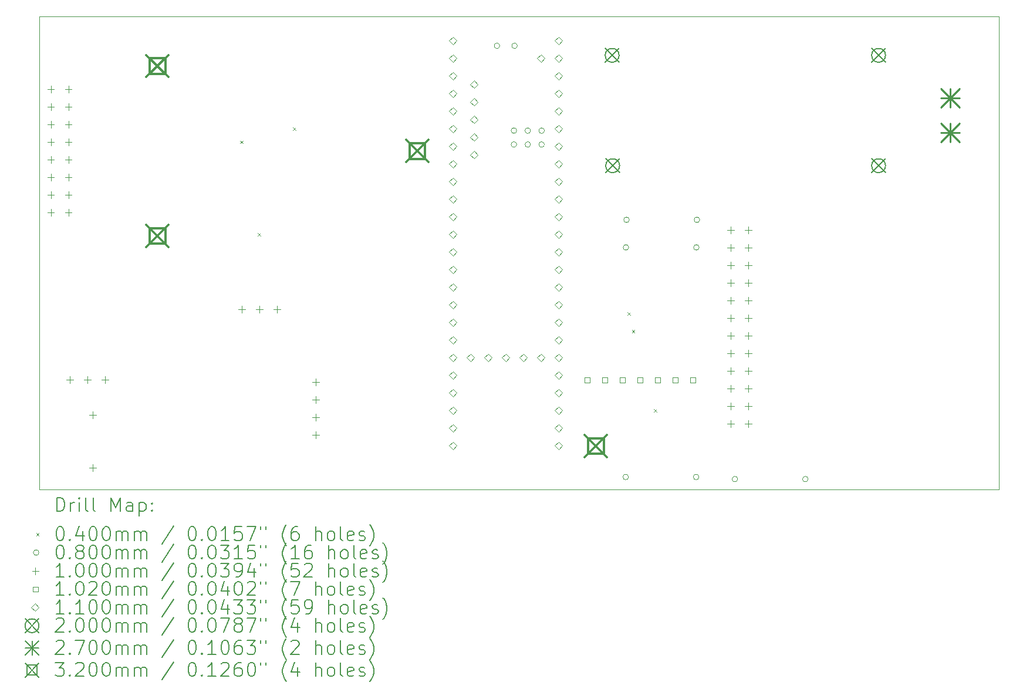
<source format=gbr>
%TF.GenerationSoftware,KiCad,Pcbnew,(6.0.9)*%
%TF.CreationDate,2023-04-14T20:57:21-04:00*%
%TF.ProjectId,rrc_pcb2,7272635f-7063-4623-922e-6b696361645f,rev?*%
%TF.SameCoordinates,Original*%
%TF.FileFunction,Drillmap*%
%TF.FilePolarity,Positive*%
%FSLAX45Y45*%
G04 Gerber Fmt 4.5, Leading zero omitted, Abs format (unit mm)*
G04 Created by KiCad (PCBNEW (6.0.9)) date 2023-04-14 20:57:21*
%MOMM*%
%LPD*%
G01*
G04 APERTURE LIST*
%ADD10C,0.050000*%
%ADD11C,0.200000*%
%ADD12C,0.040000*%
%ADD13C,0.080000*%
%ADD14C,0.100000*%
%ADD15C,0.102000*%
%ADD16C,0.110000*%
%ADD17C,0.270000*%
%ADD18C,0.320000*%
G04 APERTURE END LIST*
D10*
X4191000Y-2065671D02*
X18034000Y-2065671D01*
X18034000Y-2065671D02*
X18034000Y-8890000D01*
X18034000Y-8890000D02*
X4191000Y-8890000D01*
X4191000Y-8890000D02*
X4191000Y-2065671D01*
D11*
D12*
X7092000Y-3853500D02*
X7132000Y-3893500D01*
X7132000Y-3853500D02*
X7092000Y-3893500D01*
X7346000Y-5187000D02*
X7386000Y-5227000D01*
X7386000Y-5187000D02*
X7346000Y-5227000D01*
X7854000Y-3663000D02*
X7894000Y-3703000D01*
X7894000Y-3663000D02*
X7854000Y-3703000D01*
X12680000Y-6330000D02*
X12720000Y-6370000D01*
X12720000Y-6330000D02*
X12680000Y-6370000D01*
X12743500Y-6584000D02*
X12783500Y-6624000D01*
X12783500Y-6584000D02*
X12743500Y-6624000D01*
X13061000Y-7727000D02*
X13101000Y-7767000D01*
X13101000Y-7727000D02*
X13061000Y-7767000D01*
D13*
X10835000Y-2486000D02*
G75*
G03*
X10835000Y-2486000I-40000J0D01*
G01*
X11080160Y-3710000D02*
G75*
G03*
X11080160Y-3710000I-40000J0D01*
G01*
X11080160Y-3910000D02*
G75*
G03*
X11080160Y-3910000I-40000J0D01*
G01*
X11089000Y-2486000D02*
G75*
G03*
X11089000Y-2486000I-40000J0D01*
G01*
X11280160Y-3710000D02*
G75*
G03*
X11280160Y-3710000I-40000J0D01*
G01*
X11280160Y-3910000D02*
G75*
G03*
X11280160Y-3910000I-40000J0D01*
G01*
X11480160Y-3710000D02*
G75*
G03*
X11480160Y-3710000I-40000J0D01*
G01*
X11480160Y-3910000D02*
G75*
G03*
X11480160Y-3910000I-40000J0D01*
G01*
X12692676Y-8706935D02*
G75*
G03*
X12692676Y-8706935I-40000J0D01*
G01*
X12696495Y-5395094D02*
G75*
G03*
X12696495Y-5395094I-40000J0D01*
G01*
X12704470Y-4996350D02*
G75*
G03*
X12704470Y-4996350I-40000J0D01*
G01*
X13708676Y-8706935D02*
G75*
G03*
X13708676Y-8706935I-40000J0D01*
G01*
X13712495Y-5395094D02*
G75*
G03*
X13712495Y-5395094I-40000J0D01*
G01*
X13720470Y-4996350D02*
G75*
G03*
X13720470Y-4996350I-40000J0D01*
G01*
X14268046Y-8737779D02*
G75*
G03*
X14268046Y-8737779I-40000J0D01*
G01*
X15284046Y-8737779D02*
G75*
G03*
X15284046Y-8737779I-40000J0D01*
G01*
D14*
X4359372Y-3059480D02*
X4359372Y-3159480D01*
X4309372Y-3109480D02*
X4409372Y-3109480D01*
X4359372Y-3313480D02*
X4359372Y-3413480D01*
X4309372Y-3363480D02*
X4409372Y-3363480D01*
X4359372Y-3567480D02*
X4359372Y-3667480D01*
X4309372Y-3617480D02*
X4409372Y-3617480D01*
X4359372Y-3821480D02*
X4359372Y-3921480D01*
X4309372Y-3871480D02*
X4409372Y-3871480D01*
X4359372Y-4075480D02*
X4359372Y-4175480D01*
X4309372Y-4125480D02*
X4409372Y-4125480D01*
X4359372Y-4329480D02*
X4359372Y-4429480D01*
X4309372Y-4379480D02*
X4409372Y-4379480D01*
X4359372Y-4583480D02*
X4359372Y-4683480D01*
X4309372Y-4633480D02*
X4409372Y-4633480D01*
X4359372Y-4837480D02*
X4359372Y-4937480D01*
X4309372Y-4887480D02*
X4409372Y-4887480D01*
X4613372Y-3059480D02*
X4613372Y-3159480D01*
X4563372Y-3109480D02*
X4663372Y-3109480D01*
X4613372Y-3313480D02*
X4613372Y-3413480D01*
X4563372Y-3363480D02*
X4663372Y-3363480D01*
X4613372Y-3567480D02*
X4613372Y-3667480D01*
X4563372Y-3617480D02*
X4663372Y-3617480D01*
X4613372Y-3821480D02*
X4613372Y-3921480D01*
X4563372Y-3871480D02*
X4663372Y-3871480D01*
X4613372Y-4075480D02*
X4613372Y-4175480D01*
X4563372Y-4125480D02*
X4663372Y-4125480D01*
X4613372Y-4329480D02*
X4613372Y-4429480D01*
X4563372Y-4379480D02*
X4663372Y-4379480D01*
X4613372Y-4583480D02*
X4613372Y-4683480D01*
X4563372Y-4633480D02*
X4663372Y-4633480D01*
X4613372Y-4837480D02*
X4613372Y-4937480D01*
X4563372Y-4887480D02*
X4663372Y-4887480D01*
X4635500Y-7252500D02*
X4635500Y-7352500D01*
X4585500Y-7302500D02*
X4685500Y-7302500D01*
X4889500Y-7252500D02*
X4889500Y-7352500D01*
X4839500Y-7302500D02*
X4939500Y-7302500D01*
X4966815Y-7762225D02*
X4966815Y-7862225D01*
X4916815Y-7812225D02*
X5016815Y-7812225D01*
X4966815Y-8522225D02*
X4966815Y-8622225D01*
X4916815Y-8572225D02*
X5016815Y-8572225D01*
X5143500Y-7252500D02*
X5143500Y-7352500D01*
X5093500Y-7302500D02*
X5193500Y-7302500D01*
X7113500Y-6236500D02*
X7113500Y-6336500D01*
X7063500Y-6286500D02*
X7163500Y-6286500D01*
X7367500Y-6236500D02*
X7367500Y-6336500D01*
X7317500Y-6286500D02*
X7417500Y-6286500D01*
X7621500Y-6236500D02*
X7621500Y-6336500D01*
X7571500Y-6286500D02*
X7671500Y-6286500D01*
X8178644Y-7284465D02*
X8178644Y-7384465D01*
X8128644Y-7334465D02*
X8228644Y-7334465D01*
X8178644Y-7538465D02*
X8178644Y-7638465D01*
X8128644Y-7588465D02*
X8228644Y-7588465D01*
X8178644Y-7792465D02*
X8178644Y-7892465D01*
X8128644Y-7842465D02*
X8228644Y-7842465D01*
X8178644Y-8046465D02*
X8178644Y-8146465D01*
X8128644Y-8096465D02*
X8228644Y-8096465D01*
X14169561Y-5093214D02*
X14169561Y-5193214D01*
X14119561Y-5143214D02*
X14219561Y-5143214D01*
X14169561Y-5347214D02*
X14169561Y-5447214D01*
X14119561Y-5397214D02*
X14219561Y-5397214D01*
X14169561Y-5601214D02*
X14169561Y-5701214D01*
X14119561Y-5651214D02*
X14219561Y-5651214D01*
X14169561Y-5855214D02*
X14169561Y-5955214D01*
X14119561Y-5905214D02*
X14219561Y-5905214D01*
X14169561Y-6109214D02*
X14169561Y-6209214D01*
X14119561Y-6159214D02*
X14219561Y-6159214D01*
X14169561Y-6363214D02*
X14169561Y-6463214D01*
X14119561Y-6413214D02*
X14219561Y-6413214D01*
X14169561Y-6617214D02*
X14169561Y-6717214D01*
X14119561Y-6667214D02*
X14219561Y-6667214D01*
X14169561Y-6871214D02*
X14169561Y-6971214D01*
X14119561Y-6921214D02*
X14219561Y-6921214D01*
X14169561Y-7125214D02*
X14169561Y-7225214D01*
X14119561Y-7175214D02*
X14219561Y-7175214D01*
X14169561Y-7379214D02*
X14169561Y-7479214D01*
X14119561Y-7429214D02*
X14219561Y-7429214D01*
X14169561Y-7633214D02*
X14169561Y-7733214D01*
X14119561Y-7683214D02*
X14219561Y-7683214D01*
X14169561Y-7887214D02*
X14169561Y-7987214D01*
X14119561Y-7937214D02*
X14219561Y-7937214D01*
X14423561Y-5093214D02*
X14423561Y-5193214D01*
X14373561Y-5143214D02*
X14473561Y-5143214D01*
X14423561Y-5347214D02*
X14423561Y-5447214D01*
X14373561Y-5397214D02*
X14473561Y-5397214D01*
X14423561Y-5601214D02*
X14423561Y-5701214D01*
X14373561Y-5651214D02*
X14473561Y-5651214D01*
X14423561Y-5855214D02*
X14423561Y-5955214D01*
X14373561Y-5905214D02*
X14473561Y-5905214D01*
X14423561Y-6109214D02*
X14423561Y-6209214D01*
X14373561Y-6159214D02*
X14473561Y-6159214D01*
X14423561Y-6363214D02*
X14423561Y-6463214D01*
X14373561Y-6413214D02*
X14473561Y-6413214D01*
X14423561Y-6617214D02*
X14423561Y-6717214D01*
X14373561Y-6667214D02*
X14473561Y-6667214D01*
X14423561Y-6871214D02*
X14423561Y-6971214D01*
X14373561Y-6921214D02*
X14473561Y-6921214D01*
X14423561Y-7125214D02*
X14423561Y-7225214D01*
X14373561Y-7175214D02*
X14473561Y-7175214D01*
X14423561Y-7379214D02*
X14423561Y-7479214D01*
X14373561Y-7429214D02*
X14473561Y-7429214D01*
X14423561Y-7633214D02*
X14423561Y-7733214D01*
X14373561Y-7683214D02*
X14473561Y-7683214D01*
X14423561Y-7887214D02*
X14423561Y-7987214D01*
X14373561Y-7937214D02*
X14473561Y-7937214D01*
D15*
X12132387Y-7344920D02*
X12132387Y-7272794D01*
X12060261Y-7272794D01*
X12060261Y-7344920D01*
X12132387Y-7344920D01*
X12386387Y-7344920D02*
X12386387Y-7272794D01*
X12314261Y-7272794D01*
X12314261Y-7344920D01*
X12386387Y-7344920D01*
X12640387Y-7344920D02*
X12640387Y-7272794D01*
X12568261Y-7272794D01*
X12568261Y-7344920D01*
X12640387Y-7344920D01*
X12894387Y-7344920D02*
X12894387Y-7272794D01*
X12822261Y-7272794D01*
X12822261Y-7344920D01*
X12894387Y-7344920D01*
X13148387Y-7344920D02*
X13148387Y-7272794D01*
X13076261Y-7272794D01*
X13076261Y-7344920D01*
X13148387Y-7344920D01*
X13402387Y-7344920D02*
X13402387Y-7272794D01*
X13330261Y-7272794D01*
X13330261Y-7344920D01*
X13402387Y-7344920D01*
X13656387Y-7344920D02*
X13656387Y-7272794D01*
X13584261Y-7272794D01*
X13584261Y-7344920D01*
X13656387Y-7344920D01*
D16*
X10160000Y-2468000D02*
X10215000Y-2413000D01*
X10160000Y-2358000D01*
X10105000Y-2413000D01*
X10160000Y-2468000D01*
X10160000Y-2722000D02*
X10215000Y-2667000D01*
X10160000Y-2612000D01*
X10105000Y-2667000D01*
X10160000Y-2722000D01*
X10160000Y-2976000D02*
X10215000Y-2921000D01*
X10160000Y-2866000D01*
X10105000Y-2921000D01*
X10160000Y-2976000D01*
X10160000Y-3230000D02*
X10215000Y-3175000D01*
X10160000Y-3120000D01*
X10105000Y-3175000D01*
X10160000Y-3230000D01*
X10160000Y-3484000D02*
X10215000Y-3429000D01*
X10160000Y-3374000D01*
X10105000Y-3429000D01*
X10160000Y-3484000D01*
X10160000Y-3738000D02*
X10215000Y-3683000D01*
X10160000Y-3628000D01*
X10105000Y-3683000D01*
X10160000Y-3738000D01*
X10160000Y-3992000D02*
X10215000Y-3937000D01*
X10160000Y-3882000D01*
X10105000Y-3937000D01*
X10160000Y-3992000D01*
X10160000Y-4246000D02*
X10215000Y-4191000D01*
X10160000Y-4136000D01*
X10105000Y-4191000D01*
X10160000Y-4246000D01*
X10160000Y-4500000D02*
X10215000Y-4445000D01*
X10160000Y-4390000D01*
X10105000Y-4445000D01*
X10160000Y-4500000D01*
X10160000Y-4754000D02*
X10215000Y-4699000D01*
X10160000Y-4644000D01*
X10105000Y-4699000D01*
X10160000Y-4754000D01*
X10160000Y-5008000D02*
X10215000Y-4953000D01*
X10160000Y-4898000D01*
X10105000Y-4953000D01*
X10160000Y-5008000D01*
X10160000Y-5262000D02*
X10215000Y-5207000D01*
X10160000Y-5152000D01*
X10105000Y-5207000D01*
X10160000Y-5262000D01*
X10160000Y-5516000D02*
X10215000Y-5461000D01*
X10160000Y-5406000D01*
X10105000Y-5461000D01*
X10160000Y-5516000D01*
X10160000Y-5770000D02*
X10215000Y-5715000D01*
X10160000Y-5660000D01*
X10105000Y-5715000D01*
X10160000Y-5770000D01*
X10160000Y-6024000D02*
X10215000Y-5969000D01*
X10160000Y-5914000D01*
X10105000Y-5969000D01*
X10160000Y-6024000D01*
X10160000Y-6278000D02*
X10215000Y-6223000D01*
X10160000Y-6168000D01*
X10105000Y-6223000D01*
X10160000Y-6278000D01*
X10160000Y-6532000D02*
X10215000Y-6477000D01*
X10160000Y-6422000D01*
X10105000Y-6477000D01*
X10160000Y-6532000D01*
X10160000Y-6786000D02*
X10215000Y-6731000D01*
X10160000Y-6676000D01*
X10105000Y-6731000D01*
X10160000Y-6786000D01*
X10160000Y-7040000D02*
X10215000Y-6985000D01*
X10160000Y-6930000D01*
X10105000Y-6985000D01*
X10160000Y-7040000D01*
X10160000Y-7294000D02*
X10215000Y-7239000D01*
X10160000Y-7184000D01*
X10105000Y-7239000D01*
X10160000Y-7294000D01*
X10160000Y-7548000D02*
X10215000Y-7493000D01*
X10160000Y-7438000D01*
X10105000Y-7493000D01*
X10160000Y-7548000D01*
X10160000Y-7802000D02*
X10215000Y-7747000D01*
X10160000Y-7692000D01*
X10105000Y-7747000D01*
X10160000Y-7802000D01*
X10160000Y-8056000D02*
X10215000Y-8001000D01*
X10160000Y-7946000D01*
X10105000Y-8001000D01*
X10160000Y-8056000D01*
X10160000Y-8310000D02*
X10215000Y-8255000D01*
X10160000Y-8200000D01*
X10105000Y-8255000D01*
X10160000Y-8310000D01*
X10414000Y-7040000D02*
X10469000Y-6985000D01*
X10414000Y-6930000D01*
X10359000Y-6985000D01*
X10414000Y-7040000D01*
X10465080Y-3097920D02*
X10520080Y-3042920D01*
X10465080Y-2987920D01*
X10410080Y-3042920D01*
X10465080Y-3097920D01*
X10465080Y-3351920D02*
X10520080Y-3296920D01*
X10465080Y-3241920D01*
X10410080Y-3296920D01*
X10465080Y-3351920D01*
X10465080Y-3605920D02*
X10520080Y-3550920D01*
X10465080Y-3495920D01*
X10410080Y-3550920D01*
X10465080Y-3605920D01*
X10465080Y-3859920D02*
X10520080Y-3804920D01*
X10465080Y-3749920D01*
X10410080Y-3804920D01*
X10465080Y-3859920D01*
X10465080Y-4113920D02*
X10520080Y-4058920D01*
X10465080Y-4003920D01*
X10410080Y-4058920D01*
X10465080Y-4113920D01*
X10668000Y-7040000D02*
X10723000Y-6985000D01*
X10668000Y-6930000D01*
X10613000Y-6985000D01*
X10668000Y-7040000D01*
X10922000Y-7040000D02*
X10977000Y-6985000D01*
X10922000Y-6930000D01*
X10867000Y-6985000D01*
X10922000Y-7040000D01*
X11176000Y-7040000D02*
X11231000Y-6985000D01*
X11176000Y-6930000D01*
X11121000Y-6985000D01*
X11176000Y-7040000D01*
X11430000Y-2722000D02*
X11485000Y-2667000D01*
X11430000Y-2612000D01*
X11375000Y-2667000D01*
X11430000Y-2722000D01*
X11430000Y-7040000D02*
X11485000Y-6985000D01*
X11430000Y-6930000D01*
X11375000Y-6985000D01*
X11430000Y-7040000D01*
X11684000Y-2468000D02*
X11739000Y-2413000D01*
X11684000Y-2358000D01*
X11629000Y-2413000D01*
X11684000Y-2468000D01*
X11684000Y-2722000D02*
X11739000Y-2667000D01*
X11684000Y-2612000D01*
X11629000Y-2667000D01*
X11684000Y-2722000D01*
X11684000Y-2976000D02*
X11739000Y-2921000D01*
X11684000Y-2866000D01*
X11629000Y-2921000D01*
X11684000Y-2976000D01*
X11684000Y-3230000D02*
X11739000Y-3175000D01*
X11684000Y-3120000D01*
X11629000Y-3175000D01*
X11684000Y-3230000D01*
X11684000Y-3484000D02*
X11739000Y-3429000D01*
X11684000Y-3374000D01*
X11629000Y-3429000D01*
X11684000Y-3484000D01*
X11684000Y-3738000D02*
X11739000Y-3683000D01*
X11684000Y-3628000D01*
X11629000Y-3683000D01*
X11684000Y-3738000D01*
X11684000Y-3992000D02*
X11739000Y-3937000D01*
X11684000Y-3882000D01*
X11629000Y-3937000D01*
X11684000Y-3992000D01*
X11684000Y-4246000D02*
X11739000Y-4191000D01*
X11684000Y-4136000D01*
X11629000Y-4191000D01*
X11684000Y-4246000D01*
X11684000Y-4500000D02*
X11739000Y-4445000D01*
X11684000Y-4390000D01*
X11629000Y-4445000D01*
X11684000Y-4500000D01*
X11684000Y-4754000D02*
X11739000Y-4699000D01*
X11684000Y-4644000D01*
X11629000Y-4699000D01*
X11684000Y-4754000D01*
X11684000Y-5008000D02*
X11739000Y-4953000D01*
X11684000Y-4898000D01*
X11629000Y-4953000D01*
X11684000Y-5008000D01*
X11684000Y-5262000D02*
X11739000Y-5207000D01*
X11684000Y-5152000D01*
X11629000Y-5207000D01*
X11684000Y-5262000D01*
X11684000Y-5516000D02*
X11739000Y-5461000D01*
X11684000Y-5406000D01*
X11629000Y-5461000D01*
X11684000Y-5516000D01*
X11684000Y-5770000D02*
X11739000Y-5715000D01*
X11684000Y-5660000D01*
X11629000Y-5715000D01*
X11684000Y-5770000D01*
X11684000Y-6024000D02*
X11739000Y-5969000D01*
X11684000Y-5914000D01*
X11629000Y-5969000D01*
X11684000Y-6024000D01*
X11684000Y-6278000D02*
X11739000Y-6223000D01*
X11684000Y-6168000D01*
X11629000Y-6223000D01*
X11684000Y-6278000D01*
X11684000Y-6532000D02*
X11739000Y-6477000D01*
X11684000Y-6422000D01*
X11629000Y-6477000D01*
X11684000Y-6532000D01*
X11684000Y-6786000D02*
X11739000Y-6731000D01*
X11684000Y-6676000D01*
X11629000Y-6731000D01*
X11684000Y-6786000D01*
X11684000Y-7040000D02*
X11739000Y-6985000D01*
X11684000Y-6930000D01*
X11629000Y-6985000D01*
X11684000Y-7040000D01*
X11684000Y-7294000D02*
X11739000Y-7239000D01*
X11684000Y-7184000D01*
X11629000Y-7239000D01*
X11684000Y-7294000D01*
X11684000Y-7548000D02*
X11739000Y-7493000D01*
X11684000Y-7438000D01*
X11629000Y-7493000D01*
X11684000Y-7548000D01*
X11684000Y-7802000D02*
X11739000Y-7747000D01*
X11684000Y-7692000D01*
X11629000Y-7747000D01*
X11684000Y-7802000D01*
X11684000Y-8056000D02*
X11739000Y-8001000D01*
X11684000Y-7946000D01*
X11629000Y-8001000D01*
X11684000Y-8056000D01*
X11684000Y-8310000D02*
X11739000Y-8255000D01*
X11684000Y-8200000D01*
X11629000Y-8255000D01*
X11684000Y-8310000D01*
D11*
X12357322Y-2523500D02*
X12557322Y-2723500D01*
X12557322Y-2523500D02*
X12357322Y-2723500D01*
X12557322Y-2623500D02*
G75*
G03*
X12557322Y-2623500I-100000J0D01*
G01*
X12365000Y-4115500D02*
X12565000Y-4315500D01*
X12565000Y-4115500D02*
X12365000Y-4315500D01*
X12565000Y-4215500D02*
G75*
G03*
X12565000Y-4215500I-100000J0D01*
G01*
X16201000Y-2523500D02*
X16401000Y-2723500D01*
X16401000Y-2523500D02*
X16201000Y-2723500D01*
X16401000Y-2623500D02*
G75*
G03*
X16401000Y-2623500I-100000J0D01*
G01*
X16201000Y-4115500D02*
X16401000Y-4315500D01*
X16401000Y-4115500D02*
X16201000Y-4315500D01*
X16401000Y-4215500D02*
G75*
G03*
X16401000Y-4215500I-100000J0D01*
G01*
D17*
X17200500Y-3103500D02*
X17470500Y-3373500D01*
X17470500Y-3103500D02*
X17200500Y-3373500D01*
X17335500Y-3103500D02*
X17335500Y-3373500D01*
X17200500Y-3238500D02*
X17470500Y-3238500D01*
X17200500Y-3603500D02*
X17470500Y-3873500D01*
X17470500Y-3603500D02*
X17200500Y-3873500D01*
X17335500Y-3603500D02*
X17335500Y-3873500D01*
X17200500Y-3738500D02*
X17470500Y-3738500D01*
D18*
X5737560Y-2618254D02*
X6057560Y-2938254D01*
X6057560Y-2618254D02*
X5737560Y-2938254D01*
X6010698Y-2891392D02*
X6010698Y-2665116D01*
X5784422Y-2665116D01*
X5784422Y-2891392D01*
X6010698Y-2891392D01*
X5737560Y-5068254D02*
X6057560Y-5388254D01*
X6057560Y-5068254D02*
X5737560Y-5388254D01*
X6010698Y-5341392D02*
X6010698Y-5115116D01*
X5784422Y-5115116D01*
X5784422Y-5341392D01*
X6010698Y-5341392D01*
X9487560Y-3843254D02*
X9807560Y-4163254D01*
X9807560Y-3843254D02*
X9487560Y-4163254D01*
X9760699Y-4116392D02*
X9760699Y-3890116D01*
X9534422Y-3890116D01*
X9534422Y-4116392D01*
X9760699Y-4116392D01*
X12063324Y-8099357D02*
X12383324Y-8419357D01*
X12383324Y-8099357D02*
X12063324Y-8419357D01*
X12336462Y-8372495D02*
X12336462Y-8146219D01*
X12110186Y-8146219D01*
X12110186Y-8372495D01*
X12336462Y-8372495D01*
D11*
X4446119Y-9202976D02*
X4446119Y-9002976D01*
X4493738Y-9002976D01*
X4522310Y-9012500D01*
X4541357Y-9031548D01*
X4550881Y-9050595D01*
X4560405Y-9088690D01*
X4560405Y-9117262D01*
X4550881Y-9155357D01*
X4541357Y-9174405D01*
X4522310Y-9193452D01*
X4493738Y-9202976D01*
X4446119Y-9202976D01*
X4646119Y-9202976D02*
X4646119Y-9069643D01*
X4646119Y-9107738D02*
X4655643Y-9088690D01*
X4665167Y-9079167D01*
X4684214Y-9069643D01*
X4703262Y-9069643D01*
X4769929Y-9202976D02*
X4769929Y-9069643D01*
X4769929Y-9002976D02*
X4760405Y-9012500D01*
X4769929Y-9022024D01*
X4779452Y-9012500D01*
X4769929Y-9002976D01*
X4769929Y-9022024D01*
X4893738Y-9202976D02*
X4874690Y-9193452D01*
X4865167Y-9174405D01*
X4865167Y-9002976D01*
X4998500Y-9202976D02*
X4979452Y-9193452D01*
X4969929Y-9174405D01*
X4969929Y-9002976D01*
X5227071Y-9202976D02*
X5227071Y-9002976D01*
X5293738Y-9145833D01*
X5360405Y-9002976D01*
X5360405Y-9202976D01*
X5541357Y-9202976D02*
X5541357Y-9098214D01*
X5531833Y-9079167D01*
X5512786Y-9069643D01*
X5474690Y-9069643D01*
X5455643Y-9079167D01*
X5541357Y-9193452D02*
X5522310Y-9202976D01*
X5474690Y-9202976D01*
X5455643Y-9193452D01*
X5446119Y-9174405D01*
X5446119Y-9155357D01*
X5455643Y-9136310D01*
X5474690Y-9126786D01*
X5522310Y-9126786D01*
X5541357Y-9117262D01*
X5636595Y-9069643D02*
X5636595Y-9269643D01*
X5636595Y-9079167D02*
X5655643Y-9069643D01*
X5693738Y-9069643D01*
X5712786Y-9079167D01*
X5722309Y-9088690D01*
X5731833Y-9107738D01*
X5731833Y-9164881D01*
X5722309Y-9183929D01*
X5712786Y-9193452D01*
X5693738Y-9202976D01*
X5655643Y-9202976D01*
X5636595Y-9193452D01*
X5817548Y-9183929D02*
X5827071Y-9193452D01*
X5817548Y-9202976D01*
X5808024Y-9193452D01*
X5817548Y-9183929D01*
X5817548Y-9202976D01*
X5817548Y-9079167D02*
X5827071Y-9088690D01*
X5817548Y-9098214D01*
X5808024Y-9088690D01*
X5817548Y-9079167D01*
X5817548Y-9098214D01*
D12*
X4148500Y-9512500D02*
X4188500Y-9552500D01*
X4188500Y-9512500D02*
X4148500Y-9552500D01*
D11*
X4484214Y-9422976D02*
X4503262Y-9422976D01*
X4522310Y-9432500D01*
X4531833Y-9442024D01*
X4541357Y-9461071D01*
X4550881Y-9499167D01*
X4550881Y-9546786D01*
X4541357Y-9584881D01*
X4531833Y-9603929D01*
X4522310Y-9613452D01*
X4503262Y-9622976D01*
X4484214Y-9622976D01*
X4465167Y-9613452D01*
X4455643Y-9603929D01*
X4446119Y-9584881D01*
X4436595Y-9546786D01*
X4436595Y-9499167D01*
X4446119Y-9461071D01*
X4455643Y-9442024D01*
X4465167Y-9432500D01*
X4484214Y-9422976D01*
X4636595Y-9603929D02*
X4646119Y-9613452D01*
X4636595Y-9622976D01*
X4627071Y-9613452D01*
X4636595Y-9603929D01*
X4636595Y-9622976D01*
X4817548Y-9489643D02*
X4817548Y-9622976D01*
X4769929Y-9413452D02*
X4722310Y-9556310D01*
X4846119Y-9556310D01*
X4960405Y-9422976D02*
X4979452Y-9422976D01*
X4998500Y-9432500D01*
X5008024Y-9442024D01*
X5017548Y-9461071D01*
X5027071Y-9499167D01*
X5027071Y-9546786D01*
X5017548Y-9584881D01*
X5008024Y-9603929D01*
X4998500Y-9613452D01*
X4979452Y-9622976D01*
X4960405Y-9622976D01*
X4941357Y-9613452D01*
X4931833Y-9603929D01*
X4922310Y-9584881D01*
X4912786Y-9546786D01*
X4912786Y-9499167D01*
X4922310Y-9461071D01*
X4931833Y-9442024D01*
X4941357Y-9432500D01*
X4960405Y-9422976D01*
X5150881Y-9422976D02*
X5169929Y-9422976D01*
X5188976Y-9432500D01*
X5198500Y-9442024D01*
X5208024Y-9461071D01*
X5217548Y-9499167D01*
X5217548Y-9546786D01*
X5208024Y-9584881D01*
X5198500Y-9603929D01*
X5188976Y-9613452D01*
X5169929Y-9622976D01*
X5150881Y-9622976D01*
X5131833Y-9613452D01*
X5122310Y-9603929D01*
X5112786Y-9584881D01*
X5103262Y-9546786D01*
X5103262Y-9499167D01*
X5112786Y-9461071D01*
X5122310Y-9442024D01*
X5131833Y-9432500D01*
X5150881Y-9422976D01*
X5303262Y-9622976D02*
X5303262Y-9489643D01*
X5303262Y-9508690D02*
X5312786Y-9499167D01*
X5331833Y-9489643D01*
X5360405Y-9489643D01*
X5379452Y-9499167D01*
X5388976Y-9518214D01*
X5388976Y-9622976D01*
X5388976Y-9518214D02*
X5398500Y-9499167D01*
X5417548Y-9489643D01*
X5446119Y-9489643D01*
X5465167Y-9499167D01*
X5474690Y-9518214D01*
X5474690Y-9622976D01*
X5569929Y-9622976D02*
X5569929Y-9489643D01*
X5569929Y-9508690D02*
X5579452Y-9499167D01*
X5598500Y-9489643D01*
X5627071Y-9489643D01*
X5646119Y-9499167D01*
X5655643Y-9518214D01*
X5655643Y-9622976D01*
X5655643Y-9518214D02*
X5665167Y-9499167D01*
X5684214Y-9489643D01*
X5712786Y-9489643D01*
X5731833Y-9499167D01*
X5741357Y-9518214D01*
X5741357Y-9622976D01*
X6131833Y-9413452D02*
X5960405Y-9670595D01*
X6388976Y-9422976D02*
X6408024Y-9422976D01*
X6427071Y-9432500D01*
X6436595Y-9442024D01*
X6446119Y-9461071D01*
X6455643Y-9499167D01*
X6455643Y-9546786D01*
X6446119Y-9584881D01*
X6436595Y-9603929D01*
X6427071Y-9613452D01*
X6408024Y-9622976D01*
X6388976Y-9622976D01*
X6369928Y-9613452D01*
X6360405Y-9603929D01*
X6350881Y-9584881D01*
X6341357Y-9546786D01*
X6341357Y-9499167D01*
X6350881Y-9461071D01*
X6360405Y-9442024D01*
X6369928Y-9432500D01*
X6388976Y-9422976D01*
X6541357Y-9603929D02*
X6550881Y-9613452D01*
X6541357Y-9622976D01*
X6531833Y-9613452D01*
X6541357Y-9603929D01*
X6541357Y-9622976D01*
X6674690Y-9422976D02*
X6693738Y-9422976D01*
X6712786Y-9432500D01*
X6722309Y-9442024D01*
X6731833Y-9461071D01*
X6741357Y-9499167D01*
X6741357Y-9546786D01*
X6731833Y-9584881D01*
X6722309Y-9603929D01*
X6712786Y-9613452D01*
X6693738Y-9622976D01*
X6674690Y-9622976D01*
X6655643Y-9613452D01*
X6646119Y-9603929D01*
X6636595Y-9584881D01*
X6627071Y-9546786D01*
X6627071Y-9499167D01*
X6636595Y-9461071D01*
X6646119Y-9442024D01*
X6655643Y-9432500D01*
X6674690Y-9422976D01*
X6931833Y-9622976D02*
X6817548Y-9622976D01*
X6874690Y-9622976D02*
X6874690Y-9422976D01*
X6855643Y-9451548D01*
X6836595Y-9470595D01*
X6817548Y-9480119D01*
X7112786Y-9422976D02*
X7017548Y-9422976D01*
X7008024Y-9518214D01*
X7017548Y-9508690D01*
X7036595Y-9499167D01*
X7084214Y-9499167D01*
X7103262Y-9508690D01*
X7112786Y-9518214D01*
X7122309Y-9537262D01*
X7122309Y-9584881D01*
X7112786Y-9603929D01*
X7103262Y-9613452D01*
X7084214Y-9622976D01*
X7036595Y-9622976D01*
X7017548Y-9613452D01*
X7008024Y-9603929D01*
X7188976Y-9422976D02*
X7322309Y-9422976D01*
X7236595Y-9622976D01*
X7388976Y-9422976D02*
X7388976Y-9461071D01*
X7465167Y-9422976D02*
X7465167Y-9461071D01*
X7760405Y-9699167D02*
X7750881Y-9689643D01*
X7731833Y-9661071D01*
X7722309Y-9642024D01*
X7712786Y-9613452D01*
X7703262Y-9565833D01*
X7703262Y-9527738D01*
X7712786Y-9480119D01*
X7722309Y-9451548D01*
X7731833Y-9432500D01*
X7750881Y-9403929D01*
X7760405Y-9394405D01*
X7922309Y-9422976D02*
X7884214Y-9422976D01*
X7865167Y-9432500D01*
X7855643Y-9442024D01*
X7836595Y-9470595D01*
X7827071Y-9508690D01*
X7827071Y-9584881D01*
X7836595Y-9603929D01*
X7846119Y-9613452D01*
X7865167Y-9622976D01*
X7903262Y-9622976D01*
X7922309Y-9613452D01*
X7931833Y-9603929D01*
X7941357Y-9584881D01*
X7941357Y-9537262D01*
X7931833Y-9518214D01*
X7922309Y-9508690D01*
X7903262Y-9499167D01*
X7865167Y-9499167D01*
X7846119Y-9508690D01*
X7836595Y-9518214D01*
X7827071Y-9537262D01*
X8179452Y-9622976D02*
X8179452Y-9422976D01*
X8265167Y-9622976D02*
X8265167Y-9518214D01*
X8255643Y-9499167D01*
X8236595Y-9489643D01*
X8208024Y-9489643D01*
X8188976Y-9499167D01*
X8179452Y-9508690D01*
X8388976Y-9622976D02*
X8369928Y-9613452D01*
X8360405Y-9603929D01*
X8350881Y-9584881D01*
X8350881Y-9527738D01*
X8360405Y-9508690D01*
X8369928Y-9499167D01*
X8388976Y-9489643D01*
X8417548Y-9489643D01*
X8436595Y-9499167D01*
X8446119Y-9508690D01*
X8455643Y-9527738D01*
X8455643Y-9584881D01*
X8446119Y-9603929D01*
X8436595Y-9613452D01*
X8417548Y-9622976D01*
X8388976Y-9622976D01*
X8569929Y-9622976D02*
X8550881Y-9613452D01*
X8541357Y-9594405D01*
X8541357Y-9422976D01*
X8722310Y-9613452D02*
X8703262Y-9622976D01*
X8665167Y-9622976D01*
X8646119Y-9613452D01*
X8636595Y-9594405D01*
X8636595Y-9518214D01*
X8646119Y-9499167D01*
X8665167Y-9489643D01*
X8703262Y-9489643D01*
X8722310Y-9499167D01*
X8731833Y-9518214D01*
X8731833Y-9537262D01*
X8636595Y-9556310D01*
X8808024Y-9613452D02*
X8827071Y-9622976D01*
X8865167Y-9622976D01*
X8884214Y-9613452D01*
X8893738Y-9594405D01*
X8893738Y-9584881D01*
X8884214Y-9565833D01*
X8865167Y-9556310D01*
X8836595Y-9556310D01*
X8817548Y-9546786D01*
X8808024Y-9527738D01*
X8808024Y-9518214D01*
X8817548Y-9499167D01*
X8836595Y-9489643D01*
X8865167Y-9489643D01*
X8884214Y-9499167D01*
X8960405Y-9699167D02*
X8969929Y-9689643D01*
X8988976Y-9661071D01*
X8998500Y-9642024D01*
X9008024Y-9613452D01*
X9017548Y-9565833D01*
X9017548Y-9527738D01*
X9008024Y-9480119D01*
X8998500Y-9451548D01*
X8988976Y-9432500D01*
X8969929Y-9403929D01*
X8960405Y-9394405D01*
D13*
X4188500Y-9796500D02*
G75*
G03*
X4188500Y-9796500I-40000J0D01*
G01*
D11*
X4484214Y-9686976D02*
X4503262Y-9686976D01*
X4522310Y-9696500D01*
X4531833Y-9706024D01*
X4541357Y-9725071D01*
X4550881Y-9763167D01*
X4550881Y-9810786D01*
X4541357Y-9848881D01*
X4531833Y-9867929D01*
X4522310Y-9877452D01*
X4503262Y-9886976D01*
X4484214Y-9886976D01*
X4465167Y-9877452D01*
X4455643Y-9867929D01*
X4446119Y-9848881D01*
X4436595Y-9810786D01*
X4436595Y-9763167D01*
X4446119Y-9725071D01*
X4455643Y-9706024D01*
X4465167Y-9696500D01*
X4484214Y-9686976D01*
X4636595Y-9867929D02*
X4646119Y-9877452D01*
X4636595Y-9886976D01*
X4627071Y-9877452D01*
X4636595Y-9867929D01*
X4636595Y-9886976D01*
X4760405Y-9772690D02*
X4741357Y-9763167D01*
X4731833Y-9753643D01*
X4722310Y-9734595D01*
X4722310Y-9725071D01*
X4731833Y-9706024D01*
X4741357Y-9696500D01*
X4760405Y-9686976D01*
X4798500Y-9686976D01*
X4817548Y-9696500D01*
X4827071Y-9706024D01*
X4836595Y-9725071D01*
X4836595Y-9734595D01*
X4827071Y-9753643D01*
X4817548Y-9763167D01*
X4798500Y-9772690D01*
X4760405Y-9772690D01*
X4741357Y-9782214D01*
X4731833Y-9791738D01*
X4722310Y-9810786D01*
X4722310Y-9848881D01*
X4731833Y-9867929D01*
X4741357Y-9877452D01*
X4760405Y-9886976D01*
X4798500Y-9886976D01*
X4817548Y-9877452D01*
X4827071Y-9867929D01*
X4836595Y-9848881D01*
X4836595Y-9810786D01*
X4827071Y-9791738D01*
X4817548Y-9782214D01*
X4798500Y-9772690D01*
X4960405Y-9686976D02*
X4979452Y-9686976D01*
X4998500Y-9696500D01*
X5008024Y-9706024D01*
X5017548Y-9725071D01*
X5027071Y-9763167D01*
X5027071Y-9810786D01*
X5017548Y-9848881D01*
X5008024Y-9867929D01*
X4998500Y-9877452D01*
X4979452Y-9886976D01*
X4960405Y-9886976D01*
X4941357Y-9877452D01*
X4931833Y-9867929D01*
X4922310Y-9848881D01*
X4912786Y-9810786D01*
X4912786Y-9763167D01*
X4922310Y-9725071D01*
X4931833Y-9706024D01*
X4941357Y-9696500D01*
X4960405Y-9686976D01*
X5150881Y-9686976D02*
X5169929Y-9686976D01*
X5188976Y-9696500D01*
X5198500Y-9706024D01*
X5208024Y-9725071D01*
X5217548Y-9763167D01*
X5217548Y-9810786D01*
X5208024Y-9848881D01*
X5198500Y-9867929D01*
X5188976Y-9877452D01*
X5169929Y-9886976D01*
X5150881Y-9886976D01*
X5131833Y-9877452D01*
X5122310Y-9867929D01*
X5112786Y-9848881D01*
X5103262Y-9810786D01*
X5103262Y-9763167D01*
X5112786Y-9725071D01*
X5122310Y-9706024D01*
X5131833Y-9696500D01*
X5150881Y-9686976D01*
X5303262Y-9886976D02*
X5303262Y-9753643D01*
X5303262Y-9772690D02*
X5312786Y-9763167D01*
X5331833Y-9753643D01*
X5360405Y-9753643D01*
X5379452Y-9763167D01*
X5388976Y-9782214D01*
X5388976Y-9886976D01*
X5388976Y-9782214D02*
X5398500Y-9763167D01*
X5417548Y-9753643D01*
X5446119Y-9753643D01*
X5465167Y-9763167D01*
X5474690Y-9782214D01*
X5474690Y-9886976D01*
X5569929Y-9886976D02*
X5569929Y-9753643D01*
X5569929Y-9772690D02*
X5579452Y-9763167D01*
X5598500Y-9753643D01*
X5627071Y-9753643D01*
X5646119Y-9763167D01*
X5655643Y-9782214D01*
X5655643Y-9886976D01*
X5655643Y-9782214D02*
X5665167Y-9763167D01*
X5684214Y-9753643D01*
X5712786Y-9753643D01*
X5731833Y-9763167D01*
X5741357Y-9782214D01*
X5741357Y-9886976D01*
X6131833Y-9677452D02*
X5960405Y-9934595D01*
X6388976Y-9686976D02*
X6408024Y-9686976D01*
X6427071Y-9696500D01*
X6436595Y-9706024D01*
X6446119Y-9725071D01*
X6455643Y-9763167D01*
X6455643Y-9810786D01*
X6446119Y-9848881D01*
X6436595Y-9867929D01*
X6427071Y-9877452D01*
X6408024Y-9886976D01*
X6388976Y-9886976D01*
X6369928Y-9877452D01*
X6360405Y-9867929D01*
X6350881Y-9848881D01*
X6341357Y-9810786D01*
X6341357Y-9763167D01*
X6350881Y-9725071D01*
X6360405Y-9706024D01*
X6369928Y-9696500D01*
X6388976Y-9686976D01*
X6541357Y-9867929D02*
X6550881Y-9877452D01*
X6541357Y-9886976D01*
X6531833Y-9877452D01*
X6541357Y-9867929D01*
X6541357Y-9886976D01*
X6674690Y-9686976D02*
X6693738Y-9686976D01*
X6712786Y-9696500D01*
X6722309Y-9706024D01*
X6731833Y-9725071D01*
X6741357Y-9763167D01*
X6741357Y-9810786D01*
X6731833Y-9848881D01*
X6722309Y-9867929D01*
X6712786Y-9877452D01*
X6693738Y-9886976D01*
X6674690Y-9886976D01*
X6655643Y-9877452D01*
X6646119Y-9867929D01*
X6636595Y-9848881D01*
X6627071Y-9810786D01*
X6627071Y-9763167D01*
X6636595Y-9725071D01*
X6646119Y-9706024D01*
X6655643Y-9696500D01*
X6674690Y-9686976D01*
X6808024Y-9686976D02*
X6931833Y-9686976D01*
X6865167Y-9763167D01*
X6893738Y-9763167D01*
X6912786Y-9772690D01*
X6922309Y-9782214D01*
X6931833Y-9801262D01*
X6931833Y-9848881D01*
X6922309Y-9867929D01*
X6912786Y-9877452D01*
X6893738Y-9886976D01*
X6836595Y-9886976D01*
X6817548Y-9877452D01*
X6808024Y-9867929D01*
X7122309Y-9886976D02*
X7008024Y-9886976D01*
X7065167Y-9886976D02*
X7065167Y-9686976D01*
X7046119Y-9715548D01*
X7027071Y-9734595D01*
X7008024Y-9744119D01*
X7303262Y-9686976D02*
X7208024Y-9686976D01*
X7198500Y-9782214D01*
X7208024Y-9772690D01*
X7227071Y-9763167D01*
X7274690Y-9763167D01*
X7293738Y-9772690D01*
X7303262Y-9782214D01*
X7312786Y-9801262D01*
X7312786Y-9848881D01*
X7303262Y-9867929D01*
X7293738Y-9877452D01*
X7274690Y-9886976D01*
X7227071Y-9886976D01*
X7208024Y-9877452D01*
X7198500Y-9867929D01*
X7388976Y-9686976D02*
X7388976Y-9725071D01*
X7465167Y-9686976D02*
X7465167Y-9725071D01*
X7760405Y-9963167D02*
X7750881Y-9953643D01*
X7731833Y-9925071D01*
X7722309Y-9906024D01*
X7712786Y-9877452D01*
X7703262Y-9829833D01*
X7703262Y-9791738D01*
X7712786Y-9744119D01*
X7722309Y-9715548D01*
X7731833Y-9696500D01*
X7750881Y-9667929D01*
X7760405Y-9658405D01*
X7941357Y-9886976D02*
X7827071Y-9886976D01*
X7884214Y-9886976D02*
X7884214Y-9686976D01*
X7865167Y-9715548D01*
X7846119Y-9734595D01*
X7827071Y-9744119D01*
X8112786Y-9686976D02*
X8074690Y-9686976D01*
X8055643Y-9696500D01*
X8046119Y-9706024D01*
X8027071Y-9734595D01*
X8017548Y-9772690D01*
X8017548Y-9848881D01*
X8027071Y-9867929D01*
X8036595Y-9877452D01*
X8055643Y-9886976D01*
X8093738Y-9886976D01*
X8112786Y-9877452D01*
X8122309Y-9867929D01*
X8131833Y-9848881D01*
X8131833Y-9801262D01*
X8122309Y-9782214D01*
X8112786Y-9772690D01*
X8093738Y-9763167D01*
X8055643Y-9763167D01*
X8036595Y-9772690D01*
X8027071Y-9782214D01*
X8017548Y-9801262D01*
X8369928Y-9886976D02*
X8369928Y-9686976D01*
X8455643Y-9886976D02*
X8455643Y-9782214D01*
X8446119Y-9763167D01*
X8427071Y-9753643D01*
X8398500Y-9753643D01*
X8379452Y-9763167D01*
X8369928Y-9772690D01*
X8579452Y-9886976D02*
X8560405Y-9877452D01*
X8550881Y-9867929D01*
X8541357Y-9848881D01*
X8541357Y-9791738D01*
X8550881Y-9772690D01*
X8560405Y-9763167D01*
X8579452Y-9753643D01*
X8608024Y-9753643D01*
X8627071Y-9763167D01*
X8636595Y-9772690D01*
X8646119Y-9791738D01*
X8646119Y-9848881D01*
X8636595Y-9867929D01*
X8627071Y-9877452D01*
X8608024Y-9886976D01*
X8579452Y-9886976D01*
X8760405Y-9886976D02*
X8741357Y-9877452D01*
X8731833Y-9858405D01*
X8731833Y-9686976D01*
X8912786Y-9877452D02*
X8893738Y-9886976D01*
X8855643Y-9886976D01*
X8836595Y-9877452D01*
X8827071Y-9858405D01*
X8827071Y-9782214D01*
X8836595Y-9763167D01*
X8855643Y-9753643D01*
X8893738Y-9753643D01*
X8912786Y-9763167D01*
X8922310Y-9782214D01*
X8922310Y-9801262D01*
X8827071Y-9820310D01*
X8998500Y-9877452D02*
X9017548Y-9886976D01*
X9055643Y-9886976D01*
X9074690Y-9877452D01*
X9084214Y-9858405D01*
X9084214Y-9848881D01*
X9074690Y-9829833D01*
X9055643Y-9820310D01*
X9027071Y-9820310D01*
X9008024Y-9810786D01*
X8998500Y-9791738D01*
X8998500Y-9782214D01*
X9008024Y-9763167D01*
X9027071Y-9753643D01*
X9055643Y-9753643D01*
X9074690Y-9763167D01*
X9150881Y-9963167D02*
X9160405Y-9953643D01*
X9179452Y-9925071D01*
X9188976Y-9906024D01*
X9198500Y-9877452D01*
X9208024Y-9829833D01*
X9208024Y-9791738D01*
X9198500Y-9744119D01*
X9188976Y-9715548D01*
X9179452Y-9696500D01*
X9160405Y-9667929D01*
X9150881Y-9658405D01*
D14*
X4138500Y-10010500D02*
X4138500Y-10110500D01*
X4088500Y-10060500D02*
X4188500Y-10060500D01*
D11*
X4550881Y-10150976D02*
X4436595Y-10150976D01*
X4493738Y-10150976D02*
X4493738Y-9950976D01*
X4474690Y-9979548D01*
X4455643Y-9998595D01*
X4436595Y-10008119D01*
X4636595Y-10131929D02*
X4646119Y-10141452D01*
X4636595Y-10150976D01*
X4627071Y-10141452D01*
X4636595Y-10131929D01*
X4636595Y-10150976D01*
X4769929Y-9950976D02*
X4788976Y-9950976D01*
X4808024Y-9960500D01*
X4817548Y-9970024D01*
X4827071Y-9989071D01*
X4836595Y-10027167D01*
X4836595Y-10074786D01*
X4827071Y-10112881D01*
X4817548Y-10131929D01*
X4808024Y-10141452D01*
X4788976Y-10150976D01*
X4769929Y-10150976D01*
X4750881Y-10141452D01*
X4741357Y-10131929D01*
X4731833Y-10112881D01*
X4722310Y-10074786D01*
X4722310Y-10027167D01*
X4731833Y-9989071D01*
X4741357Y-9970024D01*
X4750881Y-9960500D01*
X4769929Y-9950976D01*
X4960405Y-9950976D02*
X4979452Y-9950976D01*
X4998500Y-9960500D01*
X5008024Y-9970024D01*
X5017548Y-9989071D01*
X5027071Y-10027167D01*
X5027071Y-10074786D01*
X5017548Y-10112881D01*
X5008024Y-10131929D01*
X4998500Y-10141452D01*
X4979452Y-10150976D01*
X4960405Y-10150976D01*
X4941357Y-10141452D01*
X4931833Y-10131929D01*
X4922310Y-10112881D01*
X4912786Y-10074786D01*
X4912786Y-10027167D01*
X4922310Y-9989071D01*
X4931833Y-9970024D01*
X4941357Y-9960500D01*
X4960405Y-9950976D01*
X5150881Y-9950976D02*
X5169929Y-9950976D01*
X5188976Y-9960500D01*
X5198500Y-9970024D01*
X5208024Y-9989071D01*
X5217548Y-10027167D01*
X5217548Y-10074786D01*
X5208024Y-10112881D01*
X5198500Y-10131929D01*
X5188976Y-10141452D01*
X5169929Y-10150976D01*
X5150881Y-10150976D01*
X5131833Y-10141452D01*
X5122310Y-10131929D01*
X5112786Y-10112881D01*
X5103262Y-10074786D01*
X5103262Y-10027167D01*
X5112786Y-9989071D01*
X5122310Y-9970024D01*
X5131833Y-9960500D01*
X5150881Y-9950976D01*
X5303262Y-10150976D02*
X5303262Y-10017643D01*
X5303262Y-10036690D02*
X5312786Y-10027167D01*
X5331833Y-10017643D01*
X5360405Y-10017643D01*
X5379452Y-10027167D01*
X5388976Y-10046214D01*
X5388976Y-10150976D01*
X5388976Y-10046214D02*
X5398500Y-10027167D01*
X5417548Y-10017643D01*
X5446119Y-10017643D01*
X5465167Y-10027167D01*
X5474690Y-10046214D01*
X5474690Y-10150976D01*
X5569929Y-10150976D02*
X5569929Y-10017643D01*
X5569929Y-10036690D02*
X5579452Y-10027167D01*
X5598500Y-10017643D01*
X5627071Y-10017643D01*
X5646119Y-10027167D01*
X5655643Y-10046214D01*
X5655643Y-10150976D01*
X5655643Y-10046214D02*
X5665167Y-10027167D01*
X5684214Y-10017643D01*
X5712786Y-10017643D01*
X5731833Y-10027167D01*
X5741357Y-10046214D01*
X5741357Y-10150976D01*
X6131833Y-9941452D02*
X5960405Y-10198595D01*
X6388976Y-9950976D02*
X6408024Y-9950976D01*
X6427071Y-9960500D01*
X6436595Y-9970024D01*
X6446119Y-9989071D01*
X6455643Y-10027167D01*
X6455643Y-10074786D01*
X6446119Y-10112881D01*
X6436595Y-10131929D01*
X6427071Y-10141452D01*
X6408024Y-10150976D01*
X6388976Y-10150976D01*
X6369928Y-10141452D01*
X6360405Y-10131929D01*
X6350881Y-10112881D01*
X6341357Y-10074786D01*
X6341357Y-10027167D01*
X6350881Y-9989071D01*
X6360405Y-9970024D01*
X6369928Y-9960500D01*
X6388976Y-9950976D01*
X6541357Y-10131929D02*
X6550881Y-10141452D01*
X6541357Y-10150976D01*
X6531833Y-10141452D01*
X6541357Y-10131929D01*
X6541357Y-10150976D01*
X6674690Y-9950976D02*
X6693738Y-9950976D01*
X6712786Y-9960500D01*
X6722309Y-9970024D01*
X6731833Y-9989071D01*
X6741357Y-10027167D01*
X6741357Y-10074786D01*
X6731833Y-10112881D01*
X6722309Y-10131929D01*
X6712786Y-10141452D01*
X6693738Y-10150976D01*
X6674690Y-10150976D01*
X6655643Y-10141452D01*
X6646119Y-10131929D01*
X6636595Y-10112881D01*
X6627071Y-10074786D01*
X6627071Y-10027167D01*
X6636595Y-9989071D01*
X6646119Y-9970024D01*
X6655643Y-9960500D01*
X6674690Y-9950976D01*
X6808024Y-9950976D02*
X6931833Y-9950976D01*
X6865167Y-10027167D01*
X6893738Y-10027167D01*
X6912786Y-10036690D01*
X6922309Y-10046214D01*
X6931833Y-10065262D01*
X6931833Y-10112881D01*
X6922309Y-10131929D01*
X6912786Y-10141452D01*
X6893738Y-10150976D01*
X6836595Y-10150976D01*
X6817548Y-10141452D01*
X6808024Y-10131929D01*
X7027071Y-10150976D02*
X7065167Y-10150976D01*
X7084214Y-10141452D01*
X7093738Y-10131929D01*
X7112786Y-10103357D01*
X7122309Y-10065262D01*
X7122309Y-9989071D01*
X7112786Y-9970024D01*
X7103262Y-9960500D01*
X7084214Y-9950976D01*
X7046119Y-9950976D01*
X7027071Y-9960500D01*
X7017548Y-9970024D01*
X7008024Y-9989071D01*
X7008024Y-10036690D01*
X7017548Y-10055738D01*
X7027071Y-10065262D01*
X7046119Y-10074786D01*
X7084214Y-10074786D01*
X7103262Y-10065262D01*
X7112786Y-10055738D01*
X7122309Y-10036690D01*
X7293738Y-10017643D02*
X7293738Y-10150976D01*
X7246119Y-9941452D02*
X7198500Y-10084310D01*
X7322309Y-10084310D01*
X7388976Y-9950976D02*
X7388976Y-9989071D01*
X7465167Y-9950976D02*
X7465167Y-9989071D01*
X7760405Y-10227167D02*
X7750881Y-10217643D01*
X7731833Y-10189071D01*
X7722309Y-10170024D01*
X7712786Y-10141452D01*
X7703262Y-10093833D01*
X7703262Y-10055738D01*
X7712786Y-10008119D01*
X7722309Y-9979548D01*
X7731833Y-9960500D01*
X7750881Y-9931929D01*
X7760405Y-9922405D01*
X7931833Y-9950976D02*
X7836595Y-9950976D01*
X7827071Y-10046214D01*
X7836595Y-10036690D01*
X7855643Y-10027167D01*
X7903262Y-10027167D01*
X7922309Y-10036690D01*
X7931833Y-10046214D01*
X7941357Y-10065262D01*
X7941357Y-10112881D01*
X7931833Y-10131929D01*
X7922309Y-10141452D01*
X7903262Y-10150976D01*
X7855643Y-10150976D01*
X7836595Y-10141452D01*
X7827071Y-10131929D01*
X8017548Y-9970024D02*
X8027071Y-9960500D01*
X8046119Y-9950976D01*
X8093738Y-9950976D01*
X8112786Y-9960500D01*
X8122309Y-9970024D01*
X8131833Y-9989071D01*
X8131833Y-10008119D01*
X8122309Y-10036690D01*
X8008024Y-10150976D01*
X8131833Y-10150976D01*
X8369928Y-10150976D02*
X8369928Y-9950976D01*
X8455643Y-10150976D02*
X8455643Y-10046214D01*
X8446119Y-10027167D01*
X8427071Y-10017643D01*
X8398500Y-10017643D01*
X8379452Y-10027167D01*
X8369928Y-10036690D01*
X8579452Y-10150976D02*
X8560405Y-10141452D01*
X8550881Y-10131929D01*
X8541357Y-10112881D01*
X8541357Y-10055738D01*
X8550881Y-10036690D01*
X8560405Y-10027167D01*
X8579452Y-10017643D01*
X8608024Y-10017643D01*
X8627071Y-10027167D01*
X8636595Y-10036690D01*
X8646119Y-10055738D01*
X8646119Y-10112881D01*
X8636595Y-10131929D01*
X8627071Y-10141452D01*
X8608024Y-10150976D01*
X8579452Y-10150976D01*
X8760405Y-10150976D02*
X8741357Y-10141452D01*
X8731833Y-10122405D01*
X8731833Y-9950976D01*
X8912786Y-10141452D02*
X8893738Y-10150976D01*
X8855643Y-10150976D01*
X8836595Y-10141452D01*
X8827071Y-10122405D01*
X8827071Y-10046214D01*
X8836595Y-10027167D01*
X8855643Y-10017643D01*
X8893738Y-10017643D01*
X8912786Y-10027167D01*
X8922310Y-10046214D01*
X8922310Y-10065262D01*
X8827071Y-10084310D01*
X8998500Y-10141452D02*
X9017548Y-10150976D01*
X9055643Y-10150976D01*
X9074690Y-10141452D01*
X9084214Y-10122405D01*
X9084214Y-10112881D01*
X9074690Y-10093833D01*
X9055643Y-10084310D01*
X9027071Y-10084310D01*
X9008024Y-10074786D01*
X8998500Y-10055738D01*
X8998500Y-10046214D01*
X9008024Y-10027167D01*
X9027071Y-10017643D01*
X9055643Y-10017643D01*
X9074690Y-10027167D01*
X9150881Y-10227167D02*
X9160405Y-10217643D01*
X9179452Y-10189071D01*
X9188976Y-10170024D01*
X9198500Y-10141452D01*
X9208024Y-10093833D01*
X9208024Y-10055738D01*
X9198500Y-10008119D01*
X9188976Y-9979548D01*
X9179452Y-9960500D01*
X9160405Y-9931929D01*
X9150881Y-9922405D01*
D15*
X4173563Y-10360563D02*
X4173563Y-10288437D01*
X4101437Y-10288437D01*
X4101437Y-10360563D01*
X4173563Y-10360563D01*
D11*
X4550881Y-10414976D02*
X4436595Y-10414976D01*
X4493738Y-10414976D02*
X4493738Y-10214976D01*
X4474690Y-10243548D01*
X4455643Y-10262595D01*
X4436595Y-10272119D01*
X4636595Y-10395929D02*
X4646119Y-10405452D01*
X4636595Y-10414976D01*
X4627071Y-10405452D01*
X4636595Y-10395929D01*
X4636595Y-10414976D01*
X4769929Y-10214976D02*
X4788976Y-10214976D01*
X4808024Y-10224500D01*
X4817548Y-10234024D01*
X4827071Y-10253071D01*
X4836595Y-10291167D01*
X4836595Y-10338786D01*
X4827071Y-10376881D01*
X4817548Y-10395929D01*
X4808024Y-10405452D01*
X4788976Y-10414976D01*
X4769929Y-10414976D01*
X4750881Y-10405452D01*
X4741357Y-10395929D01*
X4731833Y-10376881D01*
X4722310Y-10338786D01*
X4722310Y-10291167D01*
X4731833Y-10253071D01*
X4741357Y-10234024D01*
X4750881Y-10224500D01*
X4769929Y-10214976D01*
X4912786Y-10234024D02*
X4922310Y-10224500D01*
X4941357Y-10214976D01*
X4988976Y-10214976D01*
X5008024Y-10224500D01*
X5017548Y-10234024D01*
X5027071Y-10253071D01*
X5027071Y-10272119D01*
X5017548Y-10300690D01*
X4903262Y-10414976D01*
X5027071Y-10414976D01*
X5150881Y-10214976D02*
X5169929Y-10214976D01*
X5188976Y-10224500D01*
X5198500Y-10234024D01*
X5208024Y-10253071D01*
X5217548Y-10291167D01*
X5217548Y-10338786D01*
X5208024Y-10376881D01*
X5198500Y-10395929D01*
X5188976Y-10405452D01*
X5169929Y-10414976D01*
X5150881Y-10414976D01*
X5131833Y-10405452D01*
X5122310Y-10395929D01*
X5112786Y-10376881D01*
X5103262Y-10338786D01*
X5103262Y-10291167D01*
X5112786Y-10253071D01*
X5122310Y-10234024D01*
X5131833Y-10224500D01*
X5150881Y-10214976D01*
X5303262Y-10414976D02*
X5303262Y-10281643D01*
X5303262Y-10300690D02*
X5312786Y-10291167D01*
X5331833Y-10281643D01*
X5360405Y-10281643D01*
X5379452Y-10291167D01*
X5388976Y-10310214D01*
X5388976Y-10414976D01*
X5388976Y-10310214D02*
X5398500Y-10291167D01*
X5417548Y-10281643D01*
X5446119Y-10281643D01*
X5465167Y-10291167D01*
X5474690Y-10310214D01*
X5474690Y-10414976D01*
X5569929Y-10414976D02*
X5569929Y-10281643D01*
X5569929Y-10300690D02*
X5579452Y-10291167D01*
X5598500Y-10281643D01*
X5627071Y-10281643D01*
X5646119Y-10291167D01*
X5655643Y-10310214D01*
X5655643Y-10414976D01*
X5655643Y-10310214D02*
X5665167Y-10291167D01*
X5684214Y-10281643D01*
X5712786Y-10281643D01*
X5731833Y-10291167D01*
X5741357Y-10310214D01*
X5741357Y-10414976D01*
X6131833Y-10205452D02*
X5960405Y-10462595D01*
X6388976Y-10214976D02*
X6408024Y-10214976D01*
X6427071Y-10224500D01*
X6436595Y-10234024D01*
X6446119Y-10253071D01*
X6455643Y-10291167D01*
X6455643Y-10338786D01*
X6446119Y-10376881D01*
X6436595Y-10395929D01*
X6427071Y-10405452D01*
X6408024Y-10414976D01*
X6388976Y-10414976D01*
X6369928Y-10405452D01*
X6360405Y-10395929D01*
X6350881Y-10376881D01*
X6341357Y-10338786D01*
X6341357Y-10291167D01*
X6350881Y-10253071D01*
X6360405Y-10234024D01*
X6369928Y-10224500D01*
X6388976Y-10214976D01*
X6541357Y-10395929D02*
X6550881Y-10405452D01*
X6541357Y-10414976D01*
X6531833Y-10405452D01*
X6541357Y-10395929D01*
X6541357Y-10414976D01*
X6674690Y-10214976D02*
X6693738Y-10214976D01*
X6712786Y-10224500D01*
X6722309Y-10234024D01*
X6731833Y-10253071D01*
X6741357Y-10291167D01*
X6741357Y-10338786D01*
X6731833Y-10376881D01*
X6722309Y-10395929D01*
X6712786Y-10405452D01*
X6693738Y-10414976D01*
X6674690Y-10414976D01*
X6655643Y-10405452D01*
X6646119Y-10395929D01*
X6636595Y-10376881D01*
X6627071Y-10338786D01*
X6627071Y-10291167D01*
X6636595Y-10253071D01*
X6646119Y-10234024D01*
X6655643Y-10224500D01*
X6674690Y-10214976D01*
X6912786Y-10281643D02*
X6912786Y-10414976D01*
X6865167Y-10205452D02*
X6817548Y-10348310D01*
X6941357Y-10348310D01*
X7055643Y-10214976D02*
X7074690Y-10214976D01*
X7093738Y-10224500D01*
X7103262Y-10234024D01*
X7112786Y-10253071D01*
X7122309Y-10291167D01*
X7122309Y-10338786D01*
X7112786Y-10376881D01*
X7103262Y-10395929D01*
X7093738Y-10405452D01*
X7074690Y-10414976D01*
X7055643Y-10414976D01*
X7036595Y-10405452D01*
X7027071Y-10395929D01*
X7017548Y-10376881D01*
X7008024Y-10338786D01*
X7008024Y-10291167D01*
X7017548Y-10253071D01*
X7027071Y-10234024D01*
X7036595Y-10224500D01*
X7055643Y-10214976D01*
X7198500Y-10234024D02*
X7208024Y-10224500D01*
X7227071Y-10214976D01*
X7274690Y-10214976D01*
X7293738Y-10224500D01*
X7303262Y-10234024D01*
X7312786Y-10253071D01*
X7312786Y-10272119D01*
X7303262Y-10300690D01*
X7188976Y-10414976D01*
X7312786Y-10414976D01*
X7388976Y-10214976D02*
X7388976Y-10253071D01*
X7465167Y-10214976D02*
X7465167Y-10253071D01*
X7760405Y-10491167D02*
X7750881Y-10481643D01*
X7731833Y-10453071D01*
X7722309Y-10434024D01*
X7712786Y-10405452D01*
X7703262Y-10357833D01*
X7703262Y-10319738D01*
X7712786Y-10272119D01*
X7722309Y-10243548D01*
X7731833Y-10224500D01*
X7750881Y-10195929D01*
X7760405Y-10186405D01*
X7817548Y-10214976D02*
X7950881Y-10214976D01*
X7865167Y-10414976D01*
X8179452Y-10414976D02*
X8179452Y-10214976D01*
X8265167Y-10414976D02*
X8265167Y-10310214D01*
X8255643Y-10291167D01*
X8236595Y-10281643D01*
X8208024Y-10281643D01*
X8188976Y-10291167D01*
X8179452Y-10300690D01*
X8388976Y-10414976D02*
X8369928Y-10405452D01*
X8360405Y-10395929D01*
X8350881Y-10376881D01*
X8350881Y-10319738D01*
X8360405Y-10300690D01*
X8369928Y-10291167D01*
X8388976Y-10281643D01*
X8417548Y-10281643D01*
X8436595Y-10291167D01*
X8446119Y-10300690D01*
X8455643Y-10319738D01*
X8455643Y-10376881D01*
X8446119Y-10395929D01*
X8436595Y-10405452D01*
X8417548Y-10414976D01*
X8388976Y-10414976D01*
X8569929Y-10414976D02*
X8550881Y-10405452D01*
X8541357Y-10386405D01*
X8541357Y-10214976D01*
X8722310Y-10405452D02*
X8703262Y-10414976D01*
X8665167Y-10414976D01*
X8646119Y-10405452D01*
X8636595Y-10386405D01*
X8636595Y-10310214D01*
X8646119Y-10291167D01*
X8665167Y-10281643D01*
X8703262Y-10281643D01*
X8722310Y-10291167D01*
X8731833Y-10310214D01*
X8731833Y-10329262D01*
X8636595Y-10348310D01*
X8808024Y-10405452D02*
X8827071Y-10414976D01*
X8865167Y-10414976D01*
X8884214Y-10405452D01*
X8893738Y-10386405D01*
X8893738Y-10376881D01*
X8884214Y-10357833D01*
X8865167Y-10348310D01*
X8836595Y-10348310D01*
X8817548Y-10338786D01*
X8808024Y-10319738D01*
X8808024Y-10310214D01*
X8817548Y-10291167D01*
X8836595Y-10281643D01*
X8865167Y-10281643D01*
X8884214Y-10291167D01*
X8960405Y-10491167D02*
X8969929Y-10481643D01*
X8988976Y-10453071D01*
X8998500Y-10434024D01*
X9008024Y-10405452D01*
X9017548Y-10357833D01*
X9017548Y-10319738D01*
X9008024Y-10272119D01*
X8998500Y-10243548D01*
X8988976Y-10224500D01*
X8969929Y-10195929D01*
X8960405Y-10186405D01*
D16*
X4133500Y-10643500D02*
X4188500Y-10588500D01*
X4133500Y-10533500D01*
X4078500Y-10588500D01*
X4133500Y-10643500D01*
D11*
X4550881Y-10678976D02*
X4436595Y-10678976D01*
X4493738Y-10678976D02*
X4493738Y-10478976D01*
X4474690Y-10507548D01*
X4455643Y-10526595D01*
X4436595Y-10536119D01*
X4636595Y-10659929D02*
X4646119Y-10669452D01*
X4636595Y-10678976D01*
X4627071Y-10669452D01*
X4636595Y-10659929D01*
X4636595Y-10678976D01*
X4836595Y-10678976D02*
X4722310Y-10678976D01*
X4779452Y-10678976D02*
X4779452Y-10478976D01*
X4760405Y-10507548D01*
X4741357Y-10526595D01*
X4722310Y-10536119D01*
X4960405Y-10478976D02*
X4979452Y-10478976D01*
X4998500Y-10488500D01*
X5008024Y-10498024D01*
X5017548Y-10517071D01*
X5027071Y-10555167D01*
X5027071Y-10602786D01*
X5017548Y-10640881D01*
X5008024Y-10659929D01*
X4998500Y-10669452D01*
X4979452Y-10678976D01*
X4960405Y-10678976D01*
X4941357Y-10669452D01*
X4931833Y-10659929D01*
X4922310Y-10640881D01*
X4912786Y-10602786D01*
X4912786Y-10555167D01*
X4922310Y-10517071D01*
X4931833Y-10498024D01*
X4941357Y-10488500D01*
X4960405Y-10478976D01*
X5150881Y-10478976D02*
X5169929Y-10478976D01*
X5188976Y-10488500D01*
X5198500Y-10498024D01*
X5208024Y-10517071D01*
X5217548Y-10555167D01*
X5217548Y-10602786D01*
X5208024Y-10640881D01*
X5198500Y-10659929D01*
X5188976Y-10669452D01*
X5169929Y-10678976D01*
X5150881Y-10678976D01*
X5131833Y-10669452D01*
X5122310Y-10659929D01*
X5112786Y-10640881D01*
X5103262Y-10602786D01*
X5103262Y-10555167D01*
X5112786Y-10517071D01*
X5122310Y-10498024D01*
X5131833Y-10488500D01*
X5150881Y-10478976D01*
X5303262Y-10678976D02*
X5303262Y-10545643D01*
X5303262Y-10564690D02*
X5312786Y-10555167D01*
X5331833Y-10545643D01*
X5360405Y-10545643D01*
X5379452Y-10555167D01*
X5388976Y-10574214D01*
X5388976Y-10678976D01*
X5388976Y-10574214D02*
X5398500Y-10555167D01*
X5417548Y-10545643D01*
X5446119Y-10545643D01*
X5465167Y-10555167D01*
X5474690Y-10574214D01*
X5474690Y-10678976D01*
X5569929Y-10678976D02*
X5569929Y-10545643D01*
X5569929Y-10564690D02*
X5579452Y-10555167D01*
X5598500Y-10545643D01*
X5627071Y-10545643D01*
X5646119Y-10555167D01*
X5655643Y-10574214D01*
X5655643Y-10678976D01*
X5655643Y-10574214D02*
X5665167Y-10555167D01*
X5684214Y-10545643D01*
X5712786Y-10545643D01*
X5731833Y-10555167D01*
X5741357Y-10574214D01*
X5741357Y-10678976D01*
X6131833Y-10469452D02*
X5960405Y-10726595D01*
X6388976Y-10478976D02*
X6408024Y-10478976D01*
X6427071Y-10488500D01*
X6436595Y-10498024D01*
X6446119Y-10517071D01*
X6455643Y-10555167D01*
X6455643Y-10602786D01*
X6446119Y-10640881D01*
X6436595Y-10659929D01*
X6427071Y-10669452D01*
X6408024Y-10678976D01*
X6388976Y-10678976D01*
X6369928Y-10669452D01*
X6360405Y-10659929D01*
X6350881Y-10640881D01*
X6341357Y-10602786D01*
X6341357Y-10555167D01*
X6350881Y-10517071D01*
X6360405Y-10498024D01*
X6369928Y-10488500D01*
X6388976Y-10478976D01*
X6541357Y-10659929D02*
X6550881Y-10669452D01*
X6541357Y-10678976D01*
X6531833Y-10669452D01*
X6541357Y-10659929D01*
X6541357Y-10678976D01*
X6674690Y-10478976D02*
X6693738Y-10478976D01*
X6712786Y-10488500D01*
X6722309Y-10498024D01*
X6731833Y-10517071D01*
X6741357Y-10555167D01*
X6741357Y-10602786D01*
X6731833Y-10640881D01*
X6722309Y-10659929D01*
X6712786Y-10669452D01*
X6693738Y-10678976D01*
X6674690Y-10678976D01*
X6655643Y-10669452D01*
X6646119Y-10659929D01*
X6636595Y-10640881D01*
X6627071Y-10602786D01*
X6627071Y-10555167D01*
X6636595Y-10517071D01*
X6646119Y-10498024D01*
X6655643Y-10488500D01*
X6674690Y-10478976D01*
X6912786Y-10545643D02*
X6912786Y-10678976D01*
X6865167Y-10469452D02*
X6817548Y-10612310D01*
X6941357Y-10612310D01*
X6998500Y-10478976D02*
X7122309Y-10478976D01*
X7055643Y-10555167D01*
X7084214Y-10555167D01*
X7103262Y-10564690D01*
X7112786Y-10574214D01*
X7122309Y-10593262D01*
X7122309Y-10640881D01*
X7112786Y-10659929D01*
X7103262Y-10669452D01*
X7084214Y-10678976D01*
X7027071Y-10678976D01*
X7008024Y-10669452D01*
X6998500Y-10659929D01*
X7188976Y-10478976D02*
X7312786Y-10478976D01*
X7246119Y-10555167D01*
X7274690Y-10555167D01*
X7293738Y-10564690D01*
X7303262Y-10574214D01*
X7312786Y-10593262D01*
X7312786Y-10640881D01*
X7303262Y-10659929D01*
X7293738Y-10669452D01*
X7274690Y-10678976D01*
X7217548Y-10678976D01*
X7198500Y-10669452D01*
X7188976Y-10659929D01*
X7388976Y-10478976D02*
X7388976Y-10517071D01*
X7465167Y-10478976D02*
X7465167Y-10517071D01*
X7760405Y-10755167D02*
X7750881Y-10745643D01*
X7731833Y-10717071D01*
X7722309Y-10698024D01*
X7712786Y-10669452D01*
X7703262Y-10621833D01*
X7703262Y-10583738D01*
X7712786Y-10536119D01*
X7722309Y-10507548D01*
X7731833Y-10488500D01*
X7750881Y-10459929D01*
X7760405Y-10450405D01*
X7931833Y-10478976D02*
X7836595Y-10478976D01*
X7827071Y-10574214D01*
X7836595Y-10564690D01*
X7855643Y-10555167D01*
X7903262Y-10555167D01*
X7922309Y-10564690D01*
X7931833Y-10574214D01*
X7941357Y-10593262D01*
X7941357Y-10640881D01*
X7931833Y-10659929D01*
X7922309Y-10669452D01*
X7903262Y-10678976D01*
X7855643Y-10678976D01*
X7836595Y-10669452D01*
X7827071Y-10659929D01*
X8036595Y-10678976D02*
X8074690Y-10678976D01*
X8093738Y-10669452D01*
X8103262Y-10659929D01*
X8122309Y-10631357D01*
X8131833Y-10593262D01*
X8131833Y-10517071D01*
X8122309Y-10498024D01*
X8112786Y-10488500D01*
X8093738Y-10478976D01*
X8055643Y-10478976D01*
X8036595Y-10488500D01*
X8027071Y-10498024D01*
X8017548Y-10517071D01*
X8017548Y-10564690D01*
X8027071Y-10583738D01*
X8036595Y-10593262D01*
X8055643Y-10602786D01*
X8093738Y-10602786D01*
X8112786Y-10593262D01*
X8122309Y-10583738D01*
X8131833Y-10564690D01*
X8369928Y-10678976D02*
X8369928Y-10478976D01*
X8455643Y-10678976D02*
X8455643Y-10574214D01*
X8446119Y-10555167D01*
X8427071Y-10545643D01*
X8398500Y-10545643D01*
X8379452Y-10555167D01*
X8369928Y-10564690D01*
X8579452Y-10678976D02*
X8560405Y-10669452D01*
X8550881Y-10659929D01*
X8541357Y-10640881D01*
X8541357Y-10583738D01*
X8550881Y-10564690D01*
X8560405Y-10555167D01*
X8579452Y-10545643D01*
X8608024Y-10545643D01*
X8627071Y-10555167D01*
X8636595Y-10564690D01*
X8646119Y-10583738D01*
X8646119Y-10640881D01*
X8636595Y-10659929D01*
X8627071Y-10669452D01*
X8608024Y-10678976D01*
X8579452Y-10678976D01*
X8760405Y-10678976D02*
X8741357Y-10669452D01*
X8731833Y-10650405D01*
X8731833Y-10478976D01*
X8912786Y-10669452D02*
X8893738Y-10678976D01*
X8855643Y-10678976D01*
X8836595Y-10669452D01*
X8827071Y-10650405D01*
X8827071Y-10574214D01*
X8836595Y-10555167D01*
X8855643Y-10545643D01*
X8893738Y-10545643D01*
X8912786Y-10555167D01*
X8922310Y-10574214D01*
X8922310Y-10593262D01*
X8827071Y-10612310D01*
X8998500Y-10669452D02*
X9017548Y-10678976D01*
X9055643Y-10678976D01*
X9074690Y-10669452D01*
X9084214Y-10650405D01*
X9084214Y-10640881D01*
X9074690Y-10621833D01*
X9055643Y-10612310D01*
X9027071Y-10612310D01*
X9008024Y-10602786D01*
X8998500Y-10583738D01*
X8998500Y-10574214D01*
X9008024Y-10555167D01*
X9027071Y-10545643D01*
X9055643Y-10545643D01*
X9074690Y-10555167D01*
X9150881Y-10755167D02*
X9160405Y-10745643D01*
X9179452Y-10717071D01*
X9188976Y-10698024D01*
X9198500Y-10669452D01*
X9208024Y-10621833D01*
X9208024Y-10583738D01*
X9198500Y-10536119D01*
X9188976Y-10507548D01*
X9179452Y-10488500D01*
X9160405Y-10459929D01*
X9150881Y-10450405D01*
X3988500Y-10752500D02*
X4188500Y-10952500D01*
X4188500Y-10752500D02*
X3988500Y-10952500D01*
X4188500Y-10852500D02*
G75*
G03*
X4188500Y-10852500I-100000J0D01*
G01*
X4436595Y-10762024D02*
X4446119Y-10752500D01*
X4465167Y-10742976D01*
X4512786Y-10742976D01*
X4531833Y-10752500D01*
X4541357Y-10762024D01*
X4550881Y-10781071D01*
X4550881Y-10800119D01*
X4541357Y-10828690D01*
X4427071Y-10942976D01*
X4550881Y-10942976D01*
X4636595Y-10923929D02*
X4646119Y-10933452D01*
X4636595Y-10942976D01*
X4627071Y-10933452D01*
X4636595Y-10923929D01*
X4636595Y-10942976D01*
X4769929Y-10742976D02*
X4788976Y-10742976D01*
X4808024Y-10752500D01*
X4817548Y-10762024D01*
X4827071Y-10781071D01*
X4836595Y-10819167D01*
X4836595Y-10866786D01*
X4827071Y-10904881D01*
X4817548Y-10923929D01*
X4808024Y-10933452D01*
X4788976Y-10942976D01*
X4769929Y-10942976D01*
X4750881Y-10933452D01*
X4741357Y-10923929D01*
X4731833Y-10904881D01*
X4722310Y-10866786D01*
X4722310Y-10819167D01*
X4731833Y-10781071D01*
X4741357Y-10762024D01*
X4750881Y-10752500D01*
X4769929Y-10742976D01*
X4960405Y-10742976D02*
X4979452Y-10742976D01*
X4998500Y-10752500D01*
X5008024Y-10762024D01*
X5017548Y-10781071D01*
X5027071Y-10819167D01*
X5027071Y-10866786D01*
X5017548Y-10904881D01*
X5008024Y-10923929D01*
X4998500Y-10933452D01*
X4979452Y-10942976D01*
X4960405Y-10942976D01*
X4941357Y-10933452D01*
X4931833Y-10923929D01*
X4922310Y-10904881D01*
X4912786Y-10866786D01*
X4912786Y-10819167D01*
X4922310Y-10781071D01*
X4931833Y-10762024D01*
X4941357Y-10752500D01*
X4960405Y-10742976D01*
X5150881Y-10742976D02*
X5169929Y-10742976D01*
X5188976Y-10752500D01*
X5198500Y-10762024D01*
X5208024Y-10781071D01*
X5217548Y-10819167D01*
X5217548Y-10866786D01*
X5208024Y-10904881D01*
X5198500Y-10923929D01*
X5188976Y-10933452D01*
X5169929Y-10942976D01*
X5150881Y-10942976D01*
X5131833Y-10933452D01*
X5122310Y-10923929D01*
X5112786Y-10904881D01*
X5103262Y-10866786D01*
X5103262Y-10819167D01*
X5112786Y-10781071D01*
X5122310Y-10762024D01*
X5131833Y-10752500D01*
X5150881Y-10742976D01*
X5303262Y-10942976D02*
X5303262Y-10809643D01*
X5303262Y-10828690D02*
X5312786Y-10819167D01*
X5331833Y-10809643D01*
X5360405Y-10809643D01*
X5379452Y-10819167D01*
X5388976Y-10838214D01*
X5388976Y-10942976D01*
X5388976Y-10838214D02*
X5398500Y-10819167D01*
X5417548Y-10809643D01*
X5446119Y-10809643D01*
X5465167Y-10819167D01*
X5474690Y-10838214D01*
X5474690Y-10942976D01*
X5569929Y-10942976D02*
X5569929Y-10809643D01*
X5569929Y-10828690D02*
X5579452Y-10819167D01*
X5598500Y-10809643D01*
X5627071Y-10809643D01*
X5646119Y-10819167D01*
X5655643Y-10838214D01*
X5655643Y-10942976D01*
X5655643Y-10838214D02*
X5665167Y-10819167D01*
X5684214Y-10809643D01*
X5712786Y-10809643D01*
X5731833Y-10819167D01*
X5741357Y-10838214D01*
X5741357Y-10942976D01*
X6131833Y-10733452D02*
X5960405Y-10990595D01*
X6388976Y-10742976D02*
X6408024Y-10742976D01*
X6427071Y-10752500D01*
X6436595Y-10762024D01*
X6446119Y-10781071D01*
X6455643Y-10819167D01*
X6455643Y-10866786D01*
X6446119Y-10904881D01*
X6436595Y-10923929D01*
X6427071Y-10933452D01*
X6408024Y-10942976D01*
X6388976Y-10942976D01*
X6369928Y-10933452D01*
X6360405Y-10923929D01*
X6350881Y-10904881D01*
X6341357Y-10866786D01*
X6341357Y-10819167D01*
X6350881Y-10781071D01*
X6360405Y-10762024D01*
X6369928Y-10752500D01*
X6388976Y-10742976D01*
X6541357Y-10923929D02*
X6550881Y-10933452D01*
X6541357Y-10942976D01*
X6531833Y-10933452D01*
X6541357Y-10923929D01*
X6541357Y-10942976D01*
X6674690Y-10742976D02*
X6693738Y-10742976D01*
X6712786Y-10752500D01*
X6722309Y-10762024D01*
X6731833Y-10781071D01*
X6741357Y-10819167D01*
X6741357Y-10866786D01*
X6731833Y-10904881D01*
X6722309Y-10923929D01*
X6712786Y-10933452D01*
X6693738Y-10942976D01*
X6674690Y-10942976D01*
X6655643Y-10933452D01*
X6646119Y-10923929D01*
X6636595Y-10904881D01*
X6627071Y-10866786D01*
X6627071Y-10819167D01*
X6636595Y-10781071D01*
X6646119Y-10762024D01*
X6655643Y-10752500D01*
X6674690Y-10742976D01*
X6808024Y-10742976D02*
X6941357Y-10742976D01*
X6855643Y-10942976D01*
X7046119Y-10828690D02*
X7027071Y-10819167D01*
X7017548Y-10809643D01*
X7008024Y-10790595D01*
X7008024Y-10781071D01*
X7017548Y-10762024D01*
X7027071Y-10752500D01*
X7046119Y-10742976D01*
X7084214Y-10742976D01*
X7103262Y-10752500D01*
X7112786Y-10762024D01*
X7122309Y-10781071D01*
X7122309Y-10790595D01*
X7112786Y-10809643D01*
X7103262Y-10819167D01*
X7084214Y-10828690D01*
X7046119Y-10828690D01*
X7027071Y-10838214D01*
X7017548Y-10847738D01*
X7008024Y-10866786D01*
X7008024Y-10904881D01*
X7017548Y-10923929D01*
X7027071Y-10933452D01*
X7046119Y-10942976D01*
X7084214Y-10942976D01*
X7103262Y-10933452D01*
X7112786Y-10923929D01*
X7122309Y-10904881D01*
X7122309Y-10866786D01*
X7112786Y-10847738D01*
X7103262Y-10838214D01*
X7084214Y-10828690D01*
X7188976Y-10742976D02*
X7322309Y-10742976D01*
X7236595Y-10942976D01*
X7388976Y-10742976D02*
X7388976Y-10781071D01*
X7465167Y-10742976D02*
X7465167Y-10781071D01*
X7760405Y-11019167D02*
X7750881Y-11009643D01*
X7731833Y-10981071D01*
X7722309Y-10962024D01*
X7712786Y-10933452D01*
X7703262Y-10885833D01*
X7703262Y-10847738D01*
X7712786Y-10800119D01*
X7722309Y-10771548D01*
X7731833Y-10752500D01*
X7750881Y-10723929D01*
X7760405Y-10714405D01*
X7922309Y-10809643D02*
X7922309Y-10942976D01*
X7874690Y-10733452D02*
X7827071Y-10876310D01*
X7950881Y-10876310D01*
X8179452Y-10942976D02*
X8179452Y-10742976D01*
X8265167Y-10942976D02*
X8265167Y-10838214D01*
X8255643Y-10819167D01*
X8236595Y-10809643D01*
X8208024Y-10809643D01*
X8188976Y-10819167D01*
X8179452Y-10828690D01*
X8388976Y-10942976D02*
X8369928Y-10933452D01*
X8360405Y-10923929D01*
X8350881Y-10904881D01*
X8350881Y-10847738D01*
X8360405Y-10828690D01*
X8369928Y-10819167D01*
X8388976Y-10809643D01*
X8417548Y-10809643D01*
X8436595Y-10819167D01*
X8446119Y-10828690D01*
X8455643Y-10847738D01*
X8455643Y-10904881D01*
X8446119Y-10923929D01*
X8436595Y-10933452D01*
X8417548Y-10942976D01*
X8388976Y-10942976D01*
X8569929Y-10942976D02*
X8550881Y-10933452D01*
X8541357Y-10914405D01*
X8541357Y-10742976D01*
X8722310Y-10933452D02*
X8703262Y-10942976D01*
X8665167Y-10942976D01*
X8646119Y-10933452D01*
X8636595Y-10914405D01*
X8636595Y-10838214D01*
X8646119Y-10819167D01*
X8665167Y-10809643D01*
X8703262Y-10809643D01*
X8722310Y-10819167D01*
X8731833Y-10838214D01*
X8731833Y-10857262D01*
X8636595Y-10876310D01*
X8808024Y-10933452D02*
X8827071Y-10942976D01*
X8865167Y-10942976D01*
X8884214Y-10933452D01*
X8893738Y-10914405D01*
X8893738Y-10904881D01*
X8884214Y-10885833D01*
X8865167Y-10876310D01*
X8836595Y-10876310D01*
X8817548Y-10866786D01*
X8808024Y-10847738D01*
X8808024Y-10838214D01*
X8817548Y-10819167D01*
X8836595Y-10809643D01*
X8865167Y-10809643D01*
X8884214Y-10819167D01*
X8960405Y-11019167D02*
X8969929Y-11009643D01*
X8988976Y-10981071D01*
X8998500Y-10962024D01*
X9008024Y-10933452D01*
X9017548Y-10885833D01*
X9017548Y-10847738D01*
X9008024Y-10800119D01*
X8998500Y-10771548D01*
X8988976Y-10752500D01*
X8969929Y-10723929D01*
X8960405Y-10714405D01*
X3988500Y-11072500D02*
X4188500Y-11272500D01*
X4188500Y-11072500D02*
X3988500Y-11272500D01*
X4088500Y-11072500D02*
X4088500Y-11272500D01*
X3988500Y-11172500D02*
X4188500Y-11172500D01*
X4436595Y-11082024D02*
X4446119Y-11072500D01*
X4465167Y-11062976D01*
X4512786Y-11062976D01*
X4531833Y-11072500D01*
X4541357Y-11082024D01*
X4550881Y-11101071D01*
X4550881Y-11120119D01*
X4541357Y-11148690D01*
X4427071Y-11262976D01*
X4550881Y-11262976D01*
X4636595Y-11243928D02*
X4646119Y-11253452D01*
X4636595Y-11262976D01*
X4627071Y-11253452D01*
X4636595Y-11243928D01*
X4636595Y-11262976D01*
X4712786Y-11062976D02*
X4846119Y-11062976D01*
X4760405Y-11262976D01*
X4960405Y-11062976D02*
X4979452Y-11062976D01*
X4998500Y-11072500D01*
X5008024Y-11082024D01*
X5017548Y-11101071D01*
X5027071Y-11139167D01*
X5027071Y-11186786D01*
X5017548Y-11224881D01*
X5008024Y-11243928D01*
X4998500Y-11253452D01*
X4979452Y-11262976D01*
X4960405Y-11262976D01*
X4941357Y-11253452D01*
X4931833Y-11243928D01*
X4922310Y-11224881D01*
X4912786Y-11186786D01*
X4912786Y-11139167D01*
X4922310Y-11101071D01*
X4931833Y-11082024D01*
X4941357Y-11072500D01*
X4960405Y-11062976D01*
X5150881Y-11062976D02*
X5169929Y-11062976D01*
X5188976Y-11072500D01*
X5198500Y-11082024D01*
X5208024Y-11101071D01*
X5217548Y-11139167D01*
X5217548Y-11186786D01*
X5208024Y-11224881D01*
X5198500Y-11243928D01*
X5188976Y-11253452D01*
X5169929Y-11262976D01*
X5150881Y-11262976D01*
X5131833Y-11253452D01*
X5122310Y-11243928D01*
X5112786Y-11224881D01*
X5103262Y-11186786D01*
X5103262Y-11139167D01*
X5112786Y-11101071D01*
X5122310Y-11082024D01*
X5131833Y-11072500D01*
X5150881Y-11062976D01*
X5303262Y-11262976D02*
X5303262Y-11129643D01*
X5303262Y-11148690D02*
X5312786Y-11139167D01*
X5331833Y-11129643D01*
X5360405Y-11129643D01*
X5379452Y-11139167D01*
X5388976Y-11158214D01*
X5388976Y-11262976D01*
X5388976Y-11158214D02*
X5398500Y-11139167D01*
X5417548Y-11129643D01*
X5446119Y-11129643D01*
X5465167Y-11139167D01*
X5474690Y-11158214D01*
X5474690Y-11262976D01*
X5569929Y-11262976D02*
X5569929Y-11129643D01*
X5569929Y-11148690D02*
X5579452Y-11139167D01*
X5598500Y-11129643D01*
X5627071Y-11129643D01*
X5646119Y-11139167D01*
X5655643Y-11158214D01*
X5655643Y-11262976D01*
X5655643Y-11158214D02*
X5665167Y-11139167D01*
X5684214Y-11129643D01*
X5712786Y-11129643D01*
X5731833Y-11139167D01*
X5741357Y-11158214D01*
X5741357Y-11262976D01*
X6131833Y-11053452D02*
X5960405Y-11310595D01*
X6388976Y-11062976D02*
X6408024Y-11062976D01*
X6427071Y-11072500D01*
X6436595Y-11082024D01*
X6446119Y-11101071D01*
X6455643Y-11139167D01*
X6455643Y-11186786D01*
X6446119Y-11224881D01*
X6436595Y-11243928D01*
X6427071Y-11253452D01*
X6408024Y-11262976D01*
X6388976Y-11262976D01*
X6369928Y-11253452D01*
X6360405Y-11243928D01*
X6350881Y-11224881D01*
X6341357Y-11186786D01*
X6341357Y-11139167D01*
X6350881Y-11101071D01*
X6360405Y-11082024D01*
X6369928Y-11072500D01*
X6388976Y-11062976D01*
X6541357Y-11243928D02*
X6550881Y-11253452D01*
X6541357Y-11262976D01*
X6531833Y-11253452D01*
X6541357Y-11243928D01*
X6541357Y-11262976D01*
X6741357Y-11262976D02*
X6627071Y-11262976D01*
X6684214Y-11262976D02*
X6684214Y-11062976D01*
X6665167Y-11091548D01*
X6646119Y-11110595D01*
X6627071Y-11120119D01*
X6865167Y-11062976D02*
X6884214Y-11062976D01*
X6903262Y-11072500D01*
X6912786Y-11082024D01*
X6922309Y-11101071D01*
X6931833Y-11139167D01*
X6931833Y-11186786D01*
X6922309Y-11224881D01*
X6912786Y-11243928D01*
X6903262Y-11253452D01*
X6884214Y-11262976D01*
X6865167Y-11262976D01*
X6846119Y-11253452D01*
X6836595Y-11243928D01*
X6827071Y-11224881D01*
X6817548Y-11186786D01*
X6817548Y-11139167D01*
X6827071Y-11101071D01*
X6836595Y-11082024D01*
X6846119Y-11072500D01*
X6865167Y-11062976D01*
X7103262Y-11062976D02*
X7065167Y-11062976D01*
X7046119Y-11072500D01*
X7036595Y-11082024D01*
X7017548Y-11110595D01*
X7008024Y-11148690D01*
X7008024Y-11224881D01*
X7017548Y-11243928D01*
X7027071Y-11253452D01*
X7046119Y-11262976D01*
X7084214Y-11262976D01*
X7103262Y-11253452D01*
X7112786Y-11243928D01*
X7122309Y-11224881D01*
X7122309Y-11177262D01*
X7112786Y-11158214D01*
X7103262Y-11148690D01*
X7084214Y-11139167D01*
X7046119Y-11139167D01*
X7027071Y-11148690D01*
X7017548Y-11158214D01*
X7008024Y-11177262D01*
X7188976Y-11062976D02*
X7312786Y-11062976D01*
X7246119Y-11139167D01*
X7274690Y-11139167D01*
X7293738Y-11148690D01*
X7303262Y-11158214D01*
X7312786Y-11177262D01*
X7312786Y-11224881D01*
X7303262Y-11243928D01*
X7293738Y-11253452D01*
X7274690Y-11262976D01*
X7217548Y-11262976D01*
X7198500Y-11253452D01*
X7188976Y-11243928D01*
X7388976Y-11062976D02*
X7388976Y-11101071D01*
X7465167Y-11062976D02*
X7465167Y-11101071D01*
X7760405Y-11339167D02*
X7750881Y-11329643D01*
X7731833Y-11301071D01*
X7722309Y-11282024D01*
X7712786Y-11253452D01*
X7703262Y-11205833D01*
X7703262Y-11167738D01*
X7712786Y-11120119D01*
X7722309Y-11091548D01*
X7731833Y-11072500D01*
X7750881Y-11043929D01*
X7760405Y-11034405D01*
X7827071Y-11082024D02*
X7836595Y-11072500D01*
X7855643Y-11062976D01*
X7903262Y-11062976D01*
X7922309Y-11072500D01*
X7931833Y-11082024D01*
X7941357Y-11101071D01*
X7941357Y-11120119D01*
X7931833Y-11148690D01*
X7817548Y-11262976D01*
X7941357Y-11262976D01*
X8179452Y-11262976D02*
X8179452Y-11062976D01*
X8265167Y-11262976D02*
X8265167Y-11158214D01*
X8255643Y-11139167D01*
X8236595Y-11129643D01*
X8208024Y-11129643D01*
X8188976Y-11139167D01*
X8179452Y-11148690D01*
X8388976Y-11262976D02*
X8369928Y-11253452D01*
X8360405Y-11243928D01*
X8350881Y-11224881D01*
X8350881Y-11167738D01*
X8360405Y-11148690D01*
X8369928Y-11139167D01*
X8388976Y-11129643D01*
X8417548Y-11129643D01*
X8436595Y-11139167D01*
X8446119Y-11148690D01*
X8455643Y-11167738D01*
X8455643Y-11224881D01*
X8446119Y-11243928D01*
X8436595Y-11253452D01*
X8417548Y-11262976D01*
X8388976Y-11262976D01*
X8569929Y-11262976D02*
X8550881Y-11253452D01*
X8541357Y-11234405D01*
X8541357Y-11062976D01*
X8722310Y-11253452D02*
X8703262Y-11262976D01*
X8665167Y-11262976D01*
X8646119Y-11253452D01*
X8636595Y-11234405D01*
X8636595Y-11158214D01*
X8646119Y-11139167D01*
X8665167Y-11129643D01*
X8703262Y-11129643D01*
X8722310Y-11139167D01*
X8731833Y-11158214D01*
X8731833Y-11177262D01*
X8636595Y-11196309D01*
X8808024Y-11253452D02*
X8827071Y-11262976D01*
X8865167Y-11262976D01*
X8884214Y-11253452D01*
X8893738Y-11234405D01*
X8893738Y-11224881D01*
X8884214Y-11205833D01*
X8865167Y-11196309D01*
X8836595Y-11196309D01*
X8817548Y-11186786D01*
X8808024Y-11167738D01*
X8808024Y-11158214D01*
X8817548Y-11139167D01*
X8836595Y-11129643D01*
X8865167Y-11129643D01*
X8884214Y-11139167D01*
X8960405Y-11339167D02*
X8969929Y-11329643D01*
X8988976Y-11301071D01*
X8998500Y-11282024D01*
X9008024Y-11253452D01*
X9017548Y-11205833D01*
X9017548Y-11167738D01*
X9008024Y-11120119D01*
X8998500Y-11091548D01*
X8988976Y-11072500D01*
X8969929Y-11043929D01*
X8960405Y-11034405D01*
X3988500Y-11392500D02*
X4188500Y-11592500D01*
X4188500Y-11392500D02*
X3988500Y-11592500D01*
X4159211Y-11563211D02*
X4159211Y-11421789D01*
X4017789Y-11421789D01*
X4017789Y-11563211D01*
X4159211Y-11563211D01*
X4427071Y-11382976D02*
X4550881Y-11382976D01*
X4484214Y-11459167D01*
X4512786Y-11459167D01*
X4531833Y-11468690D01*
X4541357Y-11478214D01*
X4550881Y-11497262D01*
X4550881Y-11544881D01*
X4541357Y-11563928D01*
X4531833Y-11573452D01*
X4512786Y-11582976D01*
X4455643Y-11582976D01*
X4436595Y-11573452D01*
X4427071Y-11563928D01*
X4636595Y-11563928D02*
X4646119Y-11573452D01*
X4636595Y-11582976D01*
X4627071Y-11573452D01*
X4636595Y-11563928D01*
X4636595Y-11582976D01*
X4722310Y-11402024D02*
X4731833Y-11392500D01*
X4750881Y-11382976D01*
X4798500Y-11382976D01*
X4817548Y-11392500D01*
X4827071Y-11402024D01*
X4836595Y-11421071D01*
X4836595Y-11440119D01*
X4827071Y-11468690D01*
X4712786Y-11582976D01*
X4836595Y-11582976D01*
X4960405Y-11382976D02*
X4979452Y-11382976D01*
X4998500Y-11392500D01*
X5008024Y-11402024D01*
X5017548Y-11421071D01*
X5027071Y-11459167D01*
X5027071Y-11506786D01*
X5017548Y-11544881D01*
X5008024Y-11563928D01*
X4998500Y-11573452D01*
X4979452Y-11582976D01*
X4960405Y-11582976D01*
X4941357Y-11573452D01*
X4931833Y-11563928D01*
X4922310Y-11544881D01*
X4912786Y-11506786D01*
X4912786Y-11459167D01*
X4922310Y-11421071D01*
X4931833Y-11402024D01*
X4941357Y-11392500D01*
X4960405Y-11382976D01*
X5150881Y-11382976D02*
X5169929Y-11382976D01*
X5188976Y-11392500D01*
X5198500Y-11402024D01*
X5208024Y-11421071D01*
X5217548Y-11459167D01*
X5217548Y-11506786D01*
X5208024Y-11544881D01*
X5198500Y-11563928D01*
X5188976Y-11573452D01*
X5169929Y-11582976D01*
X5150881Y-11582976D01*
X5131833Y-11573452D01*
X5122310Y-11563928D01*
X5112786Y-11544881D01*
X5103262Y-11506786D01*
X5103262Y-11459167D01*
X5112786Y-11421071D01*
X5122310Y-11402024D01*
X5131833Y-11392500D01*
X5150881Y-11382976D01*
X5303262Y-11582976D02*
X5303262Y-11449643D01*
X5303262Y-11468690D02*
X5312786Y-11459167D01*
X5331833Y-11449643D01*
X5360405Y-11449643D01*
X5379452Y-11459167D01*
X5388976Y-11478214D01*
X5388976Y-11582976D01*
X5388976Y-11478214D02*
X5398500Y-11459167D01*
X5417548Y-11449643D01*
X5446119Y-11449643D01*
X5465167Y-11459167D01*
X5474690Y-11478214D01*
X5474690Y-11582976D01*
X5569929Y-11582976D02*
X5569929Y-11449643D01*
X5569929Y-11468690D02*
X5579452Y-11459167D01*
X5598500Y-11449643D01*
X5627071Y-11449643D01*
X5646119Y-11459167D01*
X5655643Y-11478214D01*
X5655643Y-11582976D01*
X5655643Y-11478214D02*
X5665167Y-11459167D01*
X5684214Y-11449643D01*
X5712786Y-11449643D01*
X5731833Y-11459167D01*
X5741357Y-11478214D01*
X5741357Y-11582976D01*
X6131833Y-11373452D02*
X5960405Y-11630595D01*
X6388976Y-11382976D02*
X6408024Y-11382976D01*
X6427071Y-11392500D01*
X6436595Y-11402024D01*
X6446119Y-11421071D01*
X6455643Y-11459167D01*
X6455643Y-11506786D01*
X6446119Y-11544881D01*
X6436595Y-11563928D01*
X6427071Y-11573452D01*
X6408024Y-11582976D01*
X6388976Y-11582976D01*
X6369928Y-11573452D01*
X6360405Y-11563928D01*
X6350881Y-11544881D01*
X6341357Y-11506786D01*
X6341357Y-11459167D01*
X6350881Y-11421071D01*
X6360405Y-11402024D01*
X6369928Y-11392500D01*
X6388976Y-11382976D01*
X6541357Y-11563928D02*
X6550881Y-11573452D01*
X6541357Y-11582976D01*
X6531833Y-11573452D01*
X6541357Y-11563928D01*
X6541357Y-11582976D01*
X6741357Y-11582976D02*
X6627071Y-11582976D01*
X6684214Y-11582976D02*
X6684214Y-11382976D01*
X6665167Y-11411548D01*
X6646119Y-11430595D01*
X6627071Y-11440119D01*
X6817548Y-11402024D02*
X6827071Y-11392500D01*
X6846119Y-11382976D01*
X6893738Y-11382976D01*
X6912786Y-11392500D01*
X6922309Y-11402024D01*
X6931833Y-11421071D01*
X6931833Y-11440119D01*
X6922309Y-11468690D01*
X6808024Y-11582976D01*
X6931833Y-11582976D01*
X7103262Y-11382976D02*
X7065167Y-11382976D01*
X7046119Y-11392500D01*
X7036595Y-11402024D01*
X7017548Y-11430595D01*
X7008024Y-11468690D01*
X7008024Y-11544881D01*
X7017548Y-11563928D01*
X7027071Y-11573452D01*
X7046119Y-11582976D01*
X7084214Y-11582976D01*
X7103262Y-11573452D01*
X7112786Y-11563928D01*
X7122309Y-11544881D01*
X7122309Y-11497262D01*
X7112786Y-11478214D01*
X7103262Y-11468690D01*
X7084214Y-11459167D01*
X7046119Y-11459167D01*
X7027071Y-11468690D01*
X7017548Y-11478214D01*
X7008024Y-11497262D01*
X7246119Y-11382976D02*
X7265167Y-11382976D01*
X7284214Y-11392500D01*
X7293738Y-11402024D01*
X7303262Y-11421071D01*
X7312786Y-11459167D01*
X7312786Y-11506786D01*
X7303262Y-11544881D01*
X7293738Y-11563928D01*
X7284214Y-11573452D01*
X7265167Y-11582976D01*
X7246119Y-11582976D01*
X7227071Y-11573452D01*
X7217548Y-11563928D01*
X7208024Y-11544881D01*
X7198500Y-11506786D01*
X7198500Y-11459167D01*
X7208024Y-11421071D01*
X7217548Y-11402024D01*
X7227071Y-11392500D01*
X7246119Y-11382976D01*
X7388976Y-11382976D02*
X7388976Y-11421071D01*
X7465167Y-11382976D02*
X7465167Y-11421071D01*
X7760405Y-11659167D02*
X7750881Y-11649643D01*
X7731833Y-11621071D01*
X7722309Y-11602024D01*
X7712786Y-11573452D01*
X7703262Y-11525833D01*
X7703262Y-11487738D01*
X7712786Y-11440119D01*
X7722309Y-11411548D01*
X7731833Y-11392500D01*
X7750881Y-11363928D01*
X7760405Y-11354405D01*
X7922309Y-11449643D02*
X7922309Y-11582976D01*
X7874690Y-11373452D02*
X7827071Y-11516309D01*
X7950881Y-11516309D01*
X8179452Y-11582976D02*
X8179452Y-11382976D01*
X8265167Y-11582976D02*
X8265167Y-11478214D01*
X8255643Y-11459167D01*
X8236595Y-11449643D01*
X8208024Y-11449643D01*
X8188976Y-11459167D01*
X8179452Y-11468690D01*
X8388976Y-11582976D02*
X8369928Y-11573452D01*
X8360405Y-11563928D01*
X8350881Y-11544881D01*
X8350881Y-11487738D01*
X8360405Y-11468690D01*
X8369928Y-11459167D01*
X8388976Y-11449643D01*
X8417548Y-11449643D01*
X8436595Y-11459167D01*
X8446119Y-11468690D01*
X8455643Y-11487738D01*
X8455643Y-11544881D01*
X8446119Y-11563928D01*
X8436595Y-11573452D01*
X8417548Y-11582976D01*
X8388976Y-11582976D01*
X8569929Y-11582976D02*
X8550881Y-11573452D01*
X8541357Y-11554405D01*
X8541357Y-11382976D01*
X8722310Y-11573452D02*
X8703262Y-11582976D01*
X8665167Y-11582976D01*
X8646119Y-11573452D01*
X8636595Y-11554405D01*
X8636595Y-11478214D01*
X8646119Y-11459167D01*
X8665167Y-11449643D01*
X8703262Y-11449643D01*
X8722310Y-11459167D01*
X8731833Y-11478214D01*
X8731833Y-11497262D01*
X8636595Y-11516309D01*
X8808024Y-11573452D02*
X8827071Y-11582976D01*
X8865167Y-11582976D01*
X8884214Y-11573452D01*
X8893738Y-11554405D01*
X8893738Y-11544881D01*
X8884214Y-11525833D01*
X8865167Y-11516309D01*
X8836595Y-11516309D01*
X8817548Y-11506786D01*
X8808024Y-11487738D01*
X8808024Y-11478214D01*
X8817548Y-11459167D01*
X8836595Y-11449643D01*
X8865167Y-11449643D01*
X8884214Y-11459167D01*
X8960405Y-11659167D02*
X8969929Y-11649643D01*
X8988976Y-11621071D01*
X8998500Y-11602024D01*
X9008024Y-11573452D01*
X9017548Y-11525833D01*
X9017548Y-11487738D01*
X9008024Y-11440119D01*
X8998500Y-11411548D01*
X8988976Y-11392500D01*
X8969929Y-11363928D01*
X8960405Y-11354405D01*
M02*

</source>
